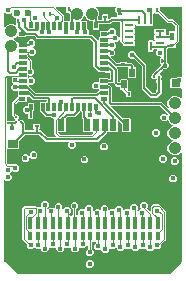
<source format=gbr>
G04 EAGLE Gerber RS-274X export*
G75*
%MOMM*%
%FSLAX34Y34*%
%LPD*%
%INBottom Copper*%
%IPPOS*%
%AMOC8*
5,1,8,0,0,1.08239X$1,22.5*%
G01*
%ADD10R,0.381000X0.762000*%
%ADD11R,0.381000X1.016000*%
%ADD12R,0.500000X1.000000*%
%ADD13R,1.050000X1.200000*%
%ADD14R,0.900000X0.700000*%
%ADD15R,0.550000X0.300000*%
%ADD16R,0.650000X0.300000*%
%ADD17R,0.300000X0.550000*%
%ADD18R,0.300000X0.650000*%
%ADD19R,4.500000X4.500000*%
%ADD20R,0.250000X0.350000*%
%ADD21R,0.350000X0.250000*%
%ADD22C,0.250000*%
%ADD23C,1.050000*%
%ADD24C,0.600000*%
%ADD25R,0.762000X0.685800*%
%ADD26R,0.280000X0.430000*%
%ADD27R,0.500000X0.700000*%
%ADD28R,0.800000X0.250000*%
%ADD29R,0.250000X0.800000*%
%ADD30R,0.430000X0.280000*%
%ADD31C,0.450000*%
%ADD32C,0.101600*%
%ADD33C,0.152400*%
%ADD34C,0.150000*%
%ADD35C,0.100000*%
%ADD36C,0.200000*%

G36*
X154446Y5264D02*
X154446Y5264D01*
X154454Y5263D01*
X154544Y5284D01*
X154635Y5302D01*
X154641Y5307D01*
X154649Y5309D01*
X154797Y5411D01*
X164589Y15203D01*
X164593Y15209D01*
X164599Y15214D01*
X164648Y15293D01*
X164700Y15370D01*
X164701Y15378D01*
X164705Y15384D01*
X164737Y15562D01*
X164737Y107823D01*
X164737Y107825D01*
X164737Y107828D01*
X164717Y107923D01*
X164698Y108019D01*
X164696Y108021D01*
X164696Y108024D01*
X164640Y108105D01*
X164585Y108185D01*
X164583Y108187D01*
X164581Y108189D01*
X164498Y108242D01*
X164417Y108294D01*
X164414Y108295D01*
X164412Y108296D01*
X164316Y108313D01*
X164220Y108330D01*
X164217Y108329D01*
X164215Y108330D01*
X164120Y108308D01*
X164024Y108286D01*
X164022Y108285D01*
X164019Y108284D01*
X163871Y108181D01*
X162541Y106851D01*
X162112Y106673D01*
X160887Y106166D01*
X160243Y105899D01*
X157757Y105899D01*
X155459Y106851D01*
X153701Y108609D01*
X152749Y110907D01*
X152749Y113393D01*
X153701Y115691D01*
X155459Y117449D01*
X156865Y118031D01*
X156867Y118033D01*
X156870Y118033D01*
X156950Y118088D01*
X157031Y118143D01*
X157033Y118145D01*
X157035Y118147D01*
X157088Y118229D01*
X157141Y118311D01*
X157142Y118313D01*
X157143Y118315D01*
X157160Y118411D01*
X157178Y118508D01*
X157177Y118510D01*
X157178Y118513D01*
X157156Y118609D01*
X157135Y118704D01*
X157134Y118706D01*
X157133Y118708D01*
X157076Y118789D01*
X157020Y118868D01*
X157018Y118869D01*
X157017Y118871D01*
X156865Y118969D01*
X155459Y119551D01*
X153701Y121309D01*
X152749Y123607D01*
X152749Y126093D01*
X153701Y128391D01*
X155459Y130149D01*
X156531Y130593D01*
X156865Y130731D01*
X156867Y130733D01*
X156870Y130733D01*
X156950Y130789D01*
X157031Y130843D01*
X157033Y130845D01*
X157035Y130847D01*
X157088Y130929D01*
X157141Y131011D01*
X157142Y131013D01*
X157143Y131015D01*
X157160Y131112D01*
X157178Y131208D01*
X157177Y131210D01*
X157178Y131213D01*
X157156Y131309D01*
X157135Y131404D01*
X157134Y131406D01*
X157133Y131408D01*
X157076Y131488D01*
X157020Y131568D01*
X157018Y131569D01*
X157017Y131571D01*
X156865Y131669D01*
X155459Y132251D01*
X153701Y134009D01*
X153085Y135496D01*
X153083Y135499D01*
X153082Y135503D01*
X153027Y135583D01*
X152973Y135662D01*
X152970Y135665D01*
X152968Y135668D01*
X152886Y135720D01*
X152806Y135772D01*
X152802Y135773D01*
X152799Y135775D01*
X152704Y135791D01*
X152609Y135809D01*
X152605Y135808D01*
X152601Y135809D01*
X152507Y135787D01*
X152413Y135766D01*
X152410Y135764D01*
X152406Y135763D01*
X152258Y135661D01*
X151346Y134749D01*
X148654Y134749D01*
X146749Y136654D01*
X146749Y139346D01*
X148654Y141251D01*
X151346Y141251D01*
X152521Y140076D01*
X152525Y140074D01*
X152527Y140070D01*
X152608Y140019D01*
X152688Y139965D01*
X152692Y139964D01*
X152696Y139962D01*
X152791Y139945D01*
X152885Y139927D01*
X152889Y139928D01*
X152893Y139927D01*
X152987Y139949D01*
X153081Y139969D01*
X153085Y139971D01*
X153088Y139972D01*
X153167Y140028D01*
X153246Y140083D01*
X153248Y140087D01*
X153251Y140089D01*
X153349Y140241D01*
X153356Y140258D01*
X153357Y140265D01*
X153361Y140270D01*
X153377Y140363D01*
X153395Y140455D01*
X153393Y140461D01*
X153394Y140468D01*
X153373Y140559D01*
X153354Y140651D01*
X153350Y140657D01*
X153349Y140663D01*
X153246Y140811D01*
X146456Y147601D01*
X146450Y147605D01*
X146445Y147611D01*
X146367Y147660D01*
X146289Y147712D01*
X146282Y147713D01*
X146275Y147717D01*
X146098Y147749D01*
X105805Y147749D01*
X105802Y147749D01*
X105800Y147749D01*
X105705Y147729D01*
X105608Y147710D01*
X105606Y147708D01*
X105604Y147708D01*
X105523Y147652D01*
X105442Y147597D01*
X105441Y147595D01*
X105439Y147593D01*
X105386Y147510D01*
X105333Y147429D01*
X105333Y147426D01*
X105331Y147424D01*
X105315Y147328D01*
X105298Y147232D01*
X105298Y147229D01*
X105298Y147227D01*
X105320Y147133D01*
X105341Y147036D01*
X105343Y147034D01*
X105343Y147031D01*
X105446Y146883D01*
X114680Y137649D01*
X114687Y137645D01*
X114691Y137639D01*
X114770Y137590D01*
X114847Y137538D01*
X114855Y137537D01*
X114862Y137533D01*
X115039Y137501D01*
X120915Y137501D01*
X121501Y136915D01*
X121501Y126085D01*
X120915Y125499D01*
X115085Y125499D01*
X114499Y126085D01*
X114499Y131961D01*
X114498Y131969D01*
X114499Y131977D01*
X114478Y132066D01*
X114460Y132158D01*
X114455Y132164D01*
X114453Y132172D01*
X114351Y132320D01*
X111367Y135304D01*
X111364Y135305D01*
X111363Y135308D01*
X111282Y135360D01*
X111200Y135415D01*
X111197Y135415D01*
X111195Y135417D01*
X111099Y135434D01*
X111003Y135452D01*
X111000Y135452D01*
X110998Y135452D01*
X110901Y135431D01*
X110807Y135411D01*
X110805Y135409D01*
X110802Y135409D01*
X110722Y135352D01*
X110642Y135297D01*
X110641Y135294D01*
X110639Y135293D01*
X110587Y135210D01*
X110535Y135127D01*
X110534Y135125D01*
X110533Y135123D01*
X110501Y134945D01*
X110501Y126085D01*
X109915Y125499D01*
X104085Y125499D01*
X103609Y125976D01*
X103604Y125979D01*
X103601Y125983D01*
X103521Y126034D01*
X103442Y126087D01*
X103437Y126088D01*
X103432Y126091D01*
X103338Y126107D01*
X103245Y126125D01*
X103240Y126124D01*
X103235Y126124D01*
X103142Y126103D01*
X103049Y126083D01*
X103045Y126080D01*
X103039Y126079D01*
X102891Y125976D01*
X102415Y125499D01*
X102008Y125499D01*
X102003Y125498D01*
X101998Y125499D01*
X101905Y125478D01*
X101811Y125460D01*
X101807Y125457D01*
X101802Y125456D01*
X101724Y125400D01*
X101646Y125347D01*
X101643Y125343D01*
X101639Y125340D01*
X101588Y125258D01*
X101536Y125179D01*
X101536Y125174D01*
X101533Y125169D01*
X101501Y124992D01*
X101501Y124671D01*
X94329Y117499D01*
X75323Y117499D01*
X75320Y117499D01*
X75317Y117499D01*
X75222Y117479D01*
X75126Y117460D01*
X75124Y117458D01*
X75121Y117458D01*
X75042Y117402D01*
X74960Y117347D01*
X74959Y117345D01*
X74957Y117343D01*
X74904Y117260D01*
X74851Y117179D01*
X74851Y117176D01*
X74849Y117174D01*
X74833Y117078D01*
X74815Y116982D01*
X74816Y116979D01*
X74816Y116977D01*
X74837Y116884D01*
X74859Y116786D01*
X74861Y116784D01*
X74861Y116781D01*
X74964Y116633D01*
X75251Y116347D01*
X75251Y113654D01*
X73346Y111749D01*
X70654Y111749D01*
X68749Y113654D01*
X68749Y116347D01*
X69036Y116633D01*
X69038Y116636D01*
X69040Y116637D01*
X69092Y116718D01*
X69147Y116800D01*
X69148Y116803D01*
X69149Y116805D01*
X69166Y116901D01*
X69185Y116997D01*
X69184Y117000D01*
X69185Y117002D01*
X69163Y117099D01*
X69143Y117193D01*
X69142Y117195D01*
X69141Y117198D01*
X69084Y117278D01*
X69029Y117358D01*
X69027Y117359D01*
X69025Y117361D01*
X68942Y117413D01*
X68860Y117465D01*
X68857Y117466D01*
X68855Y117467D01*
X68677Y117499D01*
X49671Y117499D01*
X44070Y123101D01*
X44063Y123105D01*
X44059Y123111D01*
X43980Y123160D01*
X43903Y123212D01*
X43895Y123213D01*
X43888Y123217D01*
X43711Y123249D01*
X32768Y123249D01*
X32763Y123248D01*
X32758Y123249D01*
X32665Y123228D01*
X32572Y123210D01*
X32568Y123207D01*
X32562Y123206D01*
X32485Y123150D01*
X32406Y123097D01*
X32403Y123093D01*
X32399Y123090D01*
X32366Y123037D01*
X27649Y118320D01*
X27645Y118313D01*
X27639Y118309D01*
X27590Y118230D01*
X27538Y118153D01*
X27537Y118145D01*
X27533Y118138D01*
X27501Y117961D01*
X27501Y111585D01*
X26915Y110999D01*
X17270Y110999D01*
X17265Y110998D01*
X17260Y110999D01*
X17167Y110978D01*
X17073Y110960D01*
X17069Y110957D01*
X17064Y110956D01*
X16986Y110900D01*
X16908Y110847D01*
X16905Y110843D01*
X16901Y110840D01*
X16850Y110758D01*
X16798Y110679D01*
X16798Y110674D01*
X16795Y110669D01*
X16763Y110492D01*
X16763Y99948D01*
X16764Y99941D01*
X16763Y99933D01*
X16784Y99843D01*
X16802Y99752D01*
X16807Y99745D01*
X16809Y99738D01*
X16911Y99590D01*
X17602Y98899D01*
X17608Y98895D01*
X17613Y98889D01*
X17692Y98840D01*
X17769Y98788D01*
X17776Y98787D01*
X17783Y98783D01*
X17960Y98751D01*
X22175Y98751D01*
X22526Y98399D01*
X22533Y98395D01*
X22537Y98389D01*
X22616Y98340D01*
X22693Y98288D01*
X22701Y98287D01*
X22708Y98283D01*
X22885Y98251D01*
X25346Y98251D01*
X27251Y96346D01*
X27251Y93654D01*
X25346Y91749D01*
X22653Y91749D01*
X22109Y92294D01*
X22104Y92297D01*
X22101Y92301D01*
X22021Y92352D01*
X21942Y92405D01*
X21937Y92406D01*
X21932Y92409D01*
X21839Y92425D01*
X21745Y92443D01*
X21740Y92442D01*
X21735Y92442D01*
X21642Y92421D01*
X21549Y92401D01*
X21544Y92398D01*
X21539Y92397D01*
X21391Y92294D01*
X19804Y90707D01*
X19801Y90703D01*
X19797Y90700D01*
X19745Y90619D01*
X19693Y90540D01*
X19692Y90535D01*
X19689Y90530D01*
X19674Y90437D01*
X19656Y90343D01*
X19657Y90338D01*
X19656Y90333D01*
X19678Y90240D01*
X19697Y90147D01*
X19700Y90143D01*
X19701Y90138D01*
X19804Y89990D01*
X20947Y88846D01*
X20947Y86154D01*
X19043Y84249D01*
X16350Y84249D01*
X15629Y84971D01*
X15626Y84972D01*
X15625Y84974D01*
X15545Y85026D01*
X15462Y85082D01*
X15459Y85082D01*
X15457Y85084D01*
X15361Y85101D01*
X15265Y85119D01*
X15262Y85119D01*
X15260Y85119D01*
X15163Y85098D01*
X15069Y85078D01*
X15067Y85076D01*
X15064Y85076D01*
X14984Y85019D01*
X14904Y84963D01*
X14903Y84961D01*
X14901Y84960D01*
X14849Y84877D01*
X14797Y84794D01*
X14796Y84792D01*
X14795Y84789D01*
X14763Y84612D01*
X14763Y15693D01*
X14767Y15670D01*
X14765Y15648D01*
X14787Y15573D01*
X14802Y15496D01*
X14815Y15477D01*
X14822Y15456D01*
X14884Y15376D01*
X14915Y15331D01*
X14925Y15324D01*
X14933Y15314D01*
X26096Y5391D01*
X26177Y5344D01*
X26256Y5295D01*
X26264Y5293D01*
X26270Y5290D01*
X26317Y5284D01*
X26433Y5263D01*
X154438Y5263D01*
X154446Y5264D01*
G37*
%LPC*%
G36*
X85654Y20749D02*
X85654Y20749D01*
X83749Y22654D01*
X83749Y25346D01*
X85351Y26948D01*
X85355Y26954D01*
X85361Y26959D01*
X85410Y27038D01*
X85462Y27115D01*
X85463Y27123D01*
X85467Y27129D01*
X85499Y27307D01*
X85499Y32342D01*
X85498Y32347D01*
X85499Y32352D01*
X85478Y32445D01*
X85460Y32539D01*
X85457Y32543D01*
X85456Y32548D01*
X85400Y32626D01*
X85347Y32704D01*
X85343Y32707D01*
X85340Y32711D01*
X85258Y32762D01*
X85179Y32814D01*
X85174Y32814D01*
X85169Y32817D01*
X84992Y32849D01*
X84948Y32849D01*
X84947Y32849D01*
X84945Y32851D01*
X84849Y32868D01*
X84753Y32887D01*
X84750Y32886D01*
X84748Y32887D01*
X84652Y32865D01*
X84557Y32845D01*
X84555Y32844D01*
X84552Y32843D01*
X84473Y32787D01*
X84392Y32731D01*
X84391Y32729D01*
X84389Y32727D01*
X84337Y32644D01*
X84285Y32562D01*
X84284Y32559D01*
X84283Y32557D01*
X84251Y32379D01*
X84251Y29654D01*
X82346Y27749D01*
X79654Y27749D01*
X78617Y28786D01*
X78614Y28788D01*
X78613Y28790D01*
X78533Y28842D01*
X78450Y28897D01*
X78447Y28898D01*
X78445Y28899D01*
X78349Y28916D01*
X78253Y28935D01*
X78250Y28934D01*
X78248Y28935D01*
X78151Y28913D01*
X78057Y28893D01*
X78055Y28892D01*
X78052Y28891D01*
X77972Y28834D01*
X77892Y28779D01*
X77891Y28777D01*
X77889Y28775D01*
X77836Y28691D01*
X77785Y28610D01*
X77784Y28607D01*
X77783Y28605D01*
X77751Y28427D01*
X77751Y25654D01*
X75846Y23749D01*
X73154Y23749D01*
X71249Y25654D01*
X71249Y28427D01*
X71249Y28430D01*
X71249Y28433D01*
X71229Y28528D01*
X71210Y28624D01*
X71208Y28626D01*
X71208Y28629D01*
X71152Y28709D01*
X71097Y28790D01*
X71095Y28791D01*
X71093Y28793D01*
X71010Y28847D01*
X70929Y28899D01*
X70926Y28899D01*
X70924Y28901D01*
X70828Y28917D01*
X70732Y28935D01*
X70729Y28934D01*
X70727Y28934D01*
X70632Y28912D01*
X70536Y28891D01*
X70534Y28889D01*
X70531Y28889D01*
X70383Y28786D01*
X69346Y27749D01*
X66653Y27749D01*
X66117Y28286D01*
X66114Y28288D01*
X66113Y28290D01*
X66032Y28342D01*
X65950Y28397D01*
X65947Y28398D01*
X65945Y28399D01*
X65849Y28416D01*
X65753Y28435D01*
X65750Y28434D01*
X65748Y28435D01*
X65651Y28413D01*
X65557Y28393D01*
X65555Y28392D01*
X65552Y28391D01*
X65472Y28334D01*
X65392Y28279D01*
X65391Y28277D01*
X65389Y28275D01*
X65337Y28192D01*
X65285Y28110D01*
X65284Y28107D01*
X65283Y28105D01*
X65251Y27927D01*
X65251Y25654D01*
X63346Y23749D01*
X60654Y23749D01*
X58749Y25654D01*
X58749Y27927D01*
X58749Y27930D01*
X58749Y27933D01*
X58729Y28028D01*
X58710Y28124D01*
X58708Y28126D01*
X58708Y28129D01*
X58652Y28209D01*
X58597Y28290D01*
X58595Y28291D01*
X58593Y28293D01*
X58510Y28347D01*
X58429Y28399D01*
X58426Y28399D01*
X58424Y28401D01*
X58328Y28417D01*
X58232Y28435D01*
X58229Y28434D01*
X58227Y28434D01*
X58132Y28412D01*
X58036Y28391D01*
X58034Y28389D01*
X58031Y28389D01*
X57883Y28286D01*
X56846Y27249D01*
X54154Y27249D01*
X53117Y28286D01*
X53114Y28288D01*
X53113Y28290D01*
X53033Y28342D01*
X52950Y28397D01*
X52947Y28398D01*
X52945Y28399D01*
X52849Y28416D01*
X52753Y28435D01*
X52750Y28434D01*
X52748Y28435D01*
X52651Y28413D01*
X52557Y28393D01*
X52555Y28392D01*
X52552Y28391D01*
X52472Y28334D01*
X52392Y28279D01*
X52391Y28277D01*
X52389Y28275D01*
X52336Y28191D01*
X52285Y28110D01*
X52284Y28107D01*
X52283Y28105D01*
X52251Y27927D01*
X52251Y25654D01*
X50346Y23749D01*
X47654Y23749D01*
X45749Y25654D01*
X45749Y26927D01*
X45749Y26930D01*
X45749Y26933D01*
X45729Y27028D01*
X45710Y27124D01*
X45708Y27126D01*
X45708Y27129D01*
X45652Y27209D01*
X45597Y27290D01*
X45595Y27291D01*
X45593Y27293D01*
X45510Y27347D01*
X45429Y27399D01*
X45426Y27399D01*
X45424Y27401D01*
X45328Y27417D01*
X45232Y27435D01*
X45229Y27434D01*
X45227Y27434D01*
X45132Y27412D01*
X45036Y27391D01*
X45034Y27389D01*
X45031Y27389D01*
X44883Y27286D01*
X44347Y26749D01*
X41654Y26749D01*
X40359Y28044D01*
X40354Y28047D01*
X40351Y28051D01*
X40271Y28102D01*
X40192Y28155D01*
X40187Y28156D01*
X40182Y28159D01*
X40088Y28175D01*
X39995Y28193D01*
X39990Y28192D01*
X39984Y28192D01*
X39892Y28171D01*
X39799Y28151D01*
X39794Y28148D01*
X39789Y28147D01*
X39641Y28044D01*
X38346Y26749D01*
X35654Y26749D01*
X33749Y28654D01*
X33749Y30244D01*
X33748Y30252D01*
X33749Y30260D01*
X33728Y30350D01*
X33710Y30441D01*
X33705Y30447D01*
X33703Y30455D01*
X33601Y30603D01*
X29587Y34616D01*
X29587Y61036D01*
X30786Y62234D01*
X31818Y63267D01*
X41182Y63267D01*
X42575Y61873D01*
X42579Y61870D01*
X42582Y61866D01*
X42662Y61815D01*
X42742Y61762D01*
X42747Y61762D01*
X42751Y61759D01*
X42845Y61743D01*
X42939Y61725D01*
X42944Y61726D01*
X42949Y61725D01*
X43042Y61747D01*
X43135Y61766D01*
X43139Y61769D01*
X43144Y61771D01*
X43292Y61873D01*
X43669Y62251D01*
X45575Y62251D01*
X45578Y62251D01*
X45581Y62251D01*
X45676Y62271D01*
X45772Y62290D01*
X45774Y62292D01*
X45777Y62293D01*
X45857Y62348D01*
X45938Y62403D01*
X45939Y62406D01*
X45942Y62407D01*
X45994Y62490D01*
X46047Y62571D01*
X46047Y62574D01*
X46049Y62577D01*
X46065Y62673D01*
X46082Y62768D01*
X46082Y62771D01*
X46082Y62774D01*
X46073Y62813D01*
X46073Y65670D01*
X47977Y67575D01*
X50670Y67575D01*
X52575Y65670D01*
X52575Y62977D01*
X50874Y61277D01*
X50870Y61271D01*
X50864Y61266D01*
X50815Y61187D01*
X50763Y61110D01*
X50762Y61102D01*
X50758Y61096D01*
X50726Y60918D01*
X50726Y60548D01*
X50726Y60545D01*
X50726Y60543D01*
X50726Y60542D01*
X50746Y60445D01*
X50765Y60351D01*
X50767Y60349D01*
X50767Y60346D01*
X50824Y60264D01*
X50878Y60185D01*
X50880Y60184D01*
X50882Y60182D01*
X50965Y60128D01*
X51046Y60076D01*
X51049Y60076D01*
X51051Y60074D01*
X51147Y60058D01*
X51243Y60040D01*
X51246Y60041D01*
X51248Y60041D01*
X51343Y60063D01*
X51439Y60084D01*
X51441Y60086D01*
X51444Y60086D01*
X51592Y60189D01*
X53154Y61751D01*
X55847Y61751D01*
X56383Y61214D01*
X56386Y61212D01*
X56387Y61210D01*
X56468Y61158D01*
X56550Y61103D01*
X56553Y61102D01*
X56555Y61101D01*
X56651Y61084D01*
X56747Y61065D01*
X56750Y61066D01*
X56752Y61065D01*
X56849Y61087D01*
X56943Y61107D01*
X56945Y61108D01*
X56948Y61109D01*
X57028Y61166D01*
X57108Y61221D01*
X57109Y61223D01*
X57111Y61225D01*
X57163Y61308D01*
X57215Y61390D01*
X57216Y61393D01*
X57217Y61395D01*
X57249Y61573D01*
X57249Y63346D01*
X59154Y65251D01*
X61846Y65251D01*
X63751Y63346D01*
X63751Y61073D01*
X63751Y61070D01*
X63751Y61067D01*
X63771Y60972D01*
X63790Y60876D01*
X63792Y60874D01*
X63792Y60871D01*
X63849Y60790D01*
X63903Y60710D01*
X63905Y60709D01*
X63907Y60707D01*
X63990Y60653D01*
X64071Y60601D01*
X64074Y60601D01*
X64076Y60599D01*
X64172Y60583D01*
X64268Y60565D01*
X64271Y60566D01*
X64273Y60566D01*
X64368Y60588D01*
X64464Y60609D01*
X64466Y60611D01*
X64469Y60611D01*
X64617Y60714D01*
X66154Y62251D01*
X68846Y62251D01*
X70751Y60346D01*
X70751Y57654D01*
X69924Y56827D01*
X69920Y56821D01*
X69914Y56816D01*
X69865Y56737D01*
X69813Y56660D01*
X69812Y56652D01*
X69808Y56646D01*
X69776Y56468D01*
X69776Y55678D01*
X69777Y55673D01*
X69776Y55668D01*
X69797Y55575D01*
X69815Y55481D01*
X69818Y55477D01*
X69819Y55472D01*
X69875Y55394D01*
X69928Y55316D01*
X69932Y55313D01*
X69935Y55309D01*
X70017Y55258D01*
X70096Y55206D01*
X70101Y55206D01*
X70106Y55203D01*
X70283Y55171D01*
X70595Y55171D01*
X71091Y54674D01*
X71096Y54671D01*
X71099Y54667D01*
X71179Y54616D01*
X71258Y54563D01*
X71263Y54562D01*
X71268Y54559D01*
X71362Y54543D01*
X71455Y54525D01*
X71460Y54526D01*
X71465Y54526D01*
X71558Y54547D01*
X71651Y54567D01*
X71656Y54570D01*
X71661Y54571D01*
X71809Y54674D01*
X72351Y55216D01*
X72355Y55223D01*
X72361Y55227D01*
X72410Y55306D01*
X72462Y55383D01*
X72463Y55391D01*
X72467Y55397D01*
X72499Y55575D01*
X72499Y60193D01*
X72498Y60201D01*
X72499Y60209D01*
X72478Y60299D01*
X72460Y60390D01*
X72455Y60396D01*
X72453Y60404D01*
X72351Y60552D01*
X70749Y62154D01*
X70749Y64846D01*
X72654Y66751D01*
X75346Y66751D01*
X77251Y64846D01*
X77251Y62154D01*
X75649Y60552D01*
X75645Y60546D01*
X75639Y60541D01*
X75590Y60462D01*
X75538Y60385D01*
X75537Y60377D01*
X75533Y60371D01*
X75501Y60193D01*
X75501Y55678D01*
X75502Y55673D01*
X75501Y55668D01*
X75522Y55575D01*
X75540Y55481D01*
X75543Y55477D01*
X75544Y55472D01*
X75600Y55394D01*
X75653Y55316D01*
X75657Y55313D01*
X75660Y55309D01*
X75742Y55258D01*
X75821Y55206D01*
X75826Y55206D01*
X75831Y55203D01*
X76008Y55171D01*
X77007Y55171D01*
X77010Y55171D01*
X77013Y55171D01*
X77107Y55191D01*
X77204Y55210D01*
X77206Y55212D01*
X77209Y55212D01*
X77289Y55268D01*
X77370Y55323D01*
X77371Y55325D01*
X77373Y55327D01*
X77426Y55410D01*
X77479Y55491D01*
X77479Y55494D01*
X77481Y55496D01*
X77497Y55592D01*
X77515Y55688D01*
X77514Y55691D01*
X77514Y55693D01*
X77493Y55787D01*
X77471Y55884D01*
X77469Y55886D01*
X77469Y55889D01*
X77366Y56037D01*
X77249Y56154D01*
X77249Y58846D01*
X79154Y60751D01*
X81847Y60751D01*
X82383Y60214D01*
X82386Y60212D01*
X82387Y60210D01*
X82468Y60158D01*
X82550Y60103D01*
X82553Y60102D01*
X82555Y60101D01*
X82651Y60084D01*
X82747Y60065D01*
X82750Y60066D01*
X82752Y60065D01*
X82849Y60087D01*
X82943Y60107D01*
X82945Y60108D01*
X82948Y60109D01*
X83028Y60166D01*
X83108Y60221D01*
X83109Y60223D01*
X83111Y60225D01*
X83163Y60308D01*
X83215Y60390D01*
X83216Y60393D01*
X83217Y60395D01*
X83249Y60573D01*
X83249Y61846D01*
X85154Y63751D01*
X87846Y63751D01*
X89751Y61846D01*
X89751Y59073D01*
X89751Y59070D01*
X89751Y59067D01*
X89771Y58972D01*
X89790Y58876D01*
X89792Y58874D01*
X89792Y58871D01*
X89848Y58791D01*
X89903Y58710D01*
X89905Y58709D01*
X89907Y58707D01*
X89990Y58653D01*
X90071Y58601D01*
X90074Y58601D01*
X90076Y58599D01*
X90172Y58583D01*
X90268Y58565D01*
X90271Y58566D01*
X90273Y58566D01*
X90368Y58588D01*
X90464Y58609D01*
X90466Y58611D01*
X90469Y58611D01*
X90617Y58714D01*
X92154Y60251D01*
X94847Y60251D01*
X95383Y59714D01*
X95386Y59712D01*
X95387Y59710D01*
X95468Y59658D01*
X95550Y59603D01*
X95553Y59602D01*
X95555Y59601D01*
X95651Y59584D01*
X95747Y59565D01*
X95750Y59566D01*
X95752Y59565D01*
X95849Y59587D01*
X95943Y59607D01*
X95945Y59608D01*
X95948Y59609D01*
X96028Y59666D01*
X96108Y59721D01*
X96109Y59723D01*
X96111Y59725D01*
X96163Y59808D01*
X96215Y59890D01*
X96216Y59893D01*
X96217Y59895D01*
X96249Y60073D01*
X96249Y61846D01*
X98154Y63751D01*
X100846Y63751D01*
X102751Y61846D01*
X102751Y60073D01*
X102751Y60070D01*
X102751Y60067D01*
X102771Y59972D01*
X102790Y59876D01*
X102792Y59874D01*
X102792Y59871D01*
X102848Y59791D01*
X102903Y59710D01*
X102905Y59709D01*
X102907Y59707D01*
X102990Y59653D01*
X103071Y59601D01*
X103074Y59601D01*
X103076Y59599D01*
X103172Y59583D01*
X103268Y59565D01*
X103271Y59566D01*
X103273Y59566D01*
X103368Y59588D01*
X103464Y59609D01*
X103466Y59611D01*
X103469Y59611D01*
X103617Y59714D01*
X104654Y60751D01*
X107347Y60751D01*
X107883Y60214D01*
X107886Y60212D01*
X107887Y60210D01*
X107968Y60158D01*
X108050Y60103D01*
X108053Y60102D01*
X108055Y60101D01*
X108151Y60084D01*
X108247Y60065D01*
X108250Y60066D01*
X108252Y60065D01*
X108349Y60087D01*
X108443Y60107D01*
X108445Y60108D01*
X108448Y60109D01*
X108528Y60166D01*
X108608Y60221D01*
X108609Y60223D01*
X108611Y60225D01*
X108663Y60308D01*
X108715Y60390D01*
X108716Y60393D01*
X108717Y60395D01*
X108749Y60573D01*
X108749Y61346D01*
X110654Y63251D01*
X113346Y63251D01*
X115251Y61346D01*
X115251Y59573D01*
X115251Y59570D01*
X115251Y59567D01*
X115271Y59472D01*
X115290Y59376D01*
X115292Y59374D01*
X115292Y59371D01*
X115348Y59291D01*
X115403Y59210D01*
X115405Y59209D01*
X115407Y59207D01*
X115490Y59153D01*
X115571Y59101D01*
X115574Y59101D01*
X115576Y59099D01*
X115672Y59083D01*
X115768Y59065D01*
X115771Y59066D01*
X115773Y59066D01*
X115868Y59088D01*
X115964Y59109D01*
X115966Y59111D01*
X115969Y59111D01*
X116117Y59214D01*
X117154Y60251D01*
X119847Y60251D01*
X120383Y59714D01*
X120386Y59712D01*
X120387Y59710D01*
X120468Y59658D01*
X120550Y59603D01*
X120553Y59602D01*
X120555Y59601D01*
X120651Y59584D01*
X120747Y59565D01*
X120750Y59566D01*
X120752Y59565D01*
X120849Y59587D01*
X120943Y59607D01*
X120945Y59608D01*
X120948Y59609D01*
X121028Y59666D01*
X121108Y59721D01*
X121109Y59723D01*
X121111Y59725D01*
X121163Y59808D01*
X121215Y59890D01*
X121216Y59893D01*
X121217Y59895D01*
X121249Y60073D01*
X121249Y62846D01*
X123154Y64751D01*
X125846Y64751D01*
X127751Y62846D01*
X127751Y60154D01*
X127074Y59477D01*
X127070Y59471D01*
X127064Y59466D01*
X127015Y59387D01*
X126963Y59310D01*
X126962Y59302D01*
X126958Y59296D01*
X126926Y59118D01*
X126926Y58748D01*
X126926Y58745D01*
X126926Y58742D01*
X126946Y58645D01*
X126965Y58551D01*
X126967Y58549D01*
X126967Y58546D01*
X127023Y58466D01*
X127078Y58385D01*
X127080Y58384D01*
X127082Y58382D01*
X127165Y58328D01*
X127246Y58276D01*
X127249Y58276D01*
X127251Y58274D01*
X127347Y58258D01*
X127443Y58240D01*
X127446Y58241D01*
X127448Y58241D01*
X127543Y58263D01*
X127639Y58284D01*
X127641Y58286D01*
X127644Y58286D01*
X127792Y58389D01*
X129654Y60251D01*
X129927Y60251D01*
X129930Y60251D01*
X129933Y60251D01*
X130028Y60271D01*
X130124Y60290D01*
X130126Y60292D01*
X130129Y60292D01*
X130209Y60348D01*
X130290Y60403D01*
X130291Y60405D01*
X130293Y60407D01*
X130347Y60490D01*
X130399Y60571D01*
X130399Y60574D01*
X130401Y60576D01*
X130417Y60672D01*
X130435Y60768D01*
X130434Y60771D01*
X130434Y60773D01*
X130412Y60868D01*
X130391Y60964D01*
X130389Y60966D01*
X130389Y60969D01*
X130286Y61117D01*
X129749Y61653D01*
X129749Y64346D01*
X131654Y66251D01*
X134346Y66251D01*
X136251Y64346D01*
X136251Y61653D01*
X135968Y61371D01*
X135966Y61367D01*
X135961Y61364D01*
X135910Y61284D01*
X135858Y61204D01*
X135857Y61199D01*
X135854Y61195D01*
X135838Y61101D01*
X135820Y61007D01*
X135821Y61002D01*
X135820Y60997D01*
X135842Y60904D01*
X135862Y60811D01*
X135864Y60807D01*
X135866Y60802D01*
X135968Y60654D01*
X137625Y58997D01*
X137628Y58996D01*
X137629Y58993D01*
X137710Y58941D01*
X137792Y58886D01*
X137795Y58886D01*
X137797Y58884D01*
X137893Y58867D01*
X137989Y58848D01*
X137992Y58849D01*
X137994Y58849D01*
X138091Y58870D01*
X138185Y58890D01*
X138187Y58892D01*
X138190Y58892D01*
X138270Y58949D01*
X138350Y59004D01*
X138351Y59007D01*
X138353Y59008D01*
X138406Y59092D01*
X138457Y59174D01*
X138458Y59176D01*
X138459Y59178D01*
X138491Y59356D01*
X138491Y62625D01*
X140375Y64509D01*
X145940Y64509D01*
X151413Y59036D01*
X151413Y34616D01*
X150380Y33584D01*
X147399Y30603D01*
X147395Y30596D01*
X147389Y30592D01*
X147340Y30513D01*
X147288Y30436D01*
X147287Y30428D01*
X147283Y30422D01*
X147251Y30244D01*
X147251Y28654D01*
X145346Y26749D01*
X142653Y26749D01*
X142117Y27286D01*
X142114Y27288D01*
X142113Y27290D01*
X142032Y27342D01*
X141950Y27397D01*
X141947Y27398D01*
X141945Y27399D01*
X141849Y27416D01*
X141753Y27435D01*
X141750Y27434D01*
X141748Y27435D01*
X141651Y27413D01*
X141557Y27393D01*
X141555Y27392D01*
X141552Y27391D01*
X141472Y27334D01*
X141392Y27279D01*
X141391Y27277D01*
X141389Y27275D01*
X141337Y27192D01*
X141285Y27110D01*
X141284Y27107D01*
X141283Y27105D01*
X141251Y26927D01*
X141251Y26654D01*
X139346Y24749D01*
X136654Y24749D01*
X134749Y26654D01*
X134749Y26927D01*
X134749Y26930D01*
X134749Y26933D01*
X134729Y27028D01*
X134710Y27124D01*
X134708Y27126D01*
X134708Y27129D01*
X134652Y27209D01*
X134597Y27290D01*
X134595Y27291D01*
X134593Y27293D01*
X134510Y27347D01*
X134429Y27399D01*
X134426Y27399D01*
X134424Y27401D01*
X134328Y27417D01*
X134232Y27435D01*
X134229Y27434D01*
X134227Y27434D01*
X134132Y27412D01*
X134036Y27391D01*
X134034Y27389D01*
X134031Y27389D01*
X133883Y27286D01*
X133347Y26749D01*
X130654Y26749D01*
X129617Y27786D01*
X129614Y27788D01*
X129613Y27790D01*
X129533Y27842D01*
X129450Y27897D01*
X129447Y27898D01*
X129445Y27899D01*
X129349Y27916D01*
X129253Y27935D01*
X129250Y27934D01*
X129248Y27935D01*
X129151Y27913D01*
X129057Y27893D01*
X129055Y27892D01*
X129052Y27891D01*
X128972Y27834D01*
X128892Y27779D01*
X128891Y27777D01*
X128889Y27775D01*
X128836Y27691D01*
X128785Y27610D01*
X128784Y27607D01*
X128783Y27605D01*
X128751Y27427D01*
X128751Y26654D01*
X126846Y24749D01*
X124154Y24749D01*
X122249Y26654D01*
X122249Y27427D01*
X122249Y27430D01*
X122249Y27433D01*
X122229Y27528D01*
X122210Y27624D01*
X122208Y27626D01*
X122208Y27629D01*
X122152Y27709D01*
X122097Y27790D01*
X122095Y27791D01*
X122093Y27793D01*
X122010Y27847D01*
X121929Y27899D01*
X121926Y27899D01*
X121924Y27901D01*
X121828Y27917D01*
X121732Y27935D01*
X121729Y27934D01*
X121727Y27934D01*
X121632Y27912D01*
X121536Y27891D01*
X121534Y27889D01*
X121531Y27889D01*
X121383Y27786D01*
X120346Y26749D01*
X117653Y26749D01*
X117117Y27286D01*
X117114Y27288D01*
X117113Y27290D01*
X117032Y27342D01*
X116950Y27397D01*
X116947Y27398D01*
X116945Y27399D01*
X116849Y27416D01*
X116753Y27435D01*
X116750Y27434D01*
X116748Y27435D01*
X116651Y27413D01*
X116557Y27393D01*
X116555Y27392D01*
X116552Y27391D01*
X116472Y27334D01*
X116392Y27279D01*
X116391Y27277D01*
X116389Y27275D01*
X116337Y27192D01*
X116285Y27110D01*
X116284Y27107D01*
X116283Y27105D01*
X116251Y26927D01*
X116251Y26654D01*
X114346Y24749D01*
X111654Y24749D01*
X109749Y26654D01*
X109749Y27427D01*
X109749Y27430D01*
X109749Y27433D01*
X109729Y27528D01*
X109710Y27624D01*
X109708Y27626D01*
X109708Y27629D01*
X109652Y27709D01*
X109597Y27790D01*
X109595Y27791D01*
X109593Y27793D01*
X109510Y27847D01*
X109429Y27899D01*
X109426Y27899D01*
X109424Y27901D01*
X109328Y27917D01*
X109232Y27935D01*
X109229Y27934D01*
X109227Y27934D01*
X109132Y27912D01*
X109036Y27891D01*
X109034Y27889D01*
X109031Y27889D01*
X108883Y27786D01*
X107846Y26749D01*
X105154Y26749D01*
X104117Y27786D01*
X104114Y27788D01*
X104113Y27790D01*
X104033Y27842D01*
X103950Y27897D01*
X103947Y27898D01*
X103945Y27899D01*
X103849Y27916D01*
X103753Y27935D01*
X103750Y27934D01*
X103748Y27935D01*
X103651Y27913D01*
X103557Y27893D01*
X103555Y27892D01*
X103552Y27891D01*
X103472Y27834D01*
X103392Y27779D01*
X103391Y27777D01*
X103389Y27775D01*
X103336Y27691D01*
X103285Y27610D01*
X103284Y27607D01*
X103283Y27605D01*
X103251Y27427D01*
X103251Y25154D01*
X101346Y23249D01*
X98654Y23249D01*
X96749Y25154D01*
X96749Y25927D01*
X96749Y25930D01*
X96749Y25933D01*
X96729Y26028D01*
X96710Y26124D01*
X96708Y26126D01*
X96708Y26129D01*
X96652Y26209D01*
X96597Y26290D01*
X96595Y26291D01*
X96593Y26293D01*
X96510Y26347D01*
X96429Y26399D01*
X96426Y26399D01*
X96424Y26401D01*
X96328Y26417D01*
X96232Y26435D01*
X96229Y26434D01*
X96227Y26434D01*
X96132Y26412D01*
X96036Y26391D01*
X96034Y26389D01*
X96031Y26389D01*
X95883Y26286D01*
X95347Y25749D01*
X92654Y25749D01*
X90749Y27654D01*
X90749Y30346D01*
X92351Y31948D01*
X92355Y31954D01*
X92361Y31959D01*
X92410Y32038D01*
X92462Y32115D01*
X92463Y32123D01*
X92467Y32129D01*
X92499Y32307D01*
X92499Y32342D01*
X92498Y32347D01*
X92499Y32352D01*
X92478Y32445D01*
X92460Y32539D01*
X92457Y32543D01*
X92456Y32548D01*
X92400Y32626D01*
X92347Y32704D01*
X92343Y32707D01*
X92340Y32711D01*
X92258Y32762D01*
X92179Y32814D01*
X92174Y32814D01*
X92169Y32817D01*
X91992Y32849D01*
X91355Y32849D01*
X90859Y33346D01*
X90854Y33349D01*
X90851Y33353D01*
X90771Y33404D01*
X90692Y33457D01*
X90687Y33458D01*
X90682Y33461D01*
X90588Y33477D01*
X90495Y33495D01*
X90490Y33494D01*
X90484Y33494D01*
X90392Y33473D01*
X90299Y33453D01*
X90294Y33450D01*
X90289Y33449D01*
X90141Y33346D01*
X89645Y32849D01*
X89008Y32849D01*
X89003Y32848D01*
X88998Y32849D01*
X88905Y32828D01*
X88811Y32810D01*
X88807Y32807D01*
X88802Y32806D01*
X88724Y32750D01*
X88646Y32697D01*
X88643Y32693D01*
X88639Y32690D01*
X88588Y32608D01*
X88536Y32529D01*
X88536Y32524D01*
X88533Y32519D01*
X88501Y32342D01*
X88501Y27307D01*
X88502Y27299D01*
X88501Y27291D01*
X88522Y27201D01*
X88540Y27110D01*
X88545Y27104D01*
X88547Y27096D01*
X88649Y26948D01*
X90251Y25346D01*
X90251Y22654D01*
X88346Y20749D01*
X85654Y20749D01*
G37*
%LPD*%
G36*
X153230Y146030D02*
X153230Y146030D01*
X153231Y146030D01*
X153328Y146051D01*
X153424Y146071D01*
X153426Y146072D01*
X153427Y146072D01*
X153507Y146129D01*
X153589Y146186D01*
X153590Y146187D01*
X153591Y146188D01*
X153641Y146268D01*
X153697Y146355D01*
X153697Y146356D01*
X153698Y146357D01*
X153714Y146456D01*
X153730Y146553D01*
X153730Y146554D01*
X153730Y146555D01*
X153692Y146731D01*
X152749Y149007D01*
X152749Y151493D01*
X153701Y153791D01*
X155459Y155549D01*
X156440Y155956D01*
X156441Y155956D01*
X157665Y156463D01*
X157757Y156501D01*
X160243Y156501D01*
X162541Y155549D01*
X163871Y154219D01*
X163874Y154217D01*
X163875Y154215D01*
X163955Y154163D01*
X164038Y154108D01*
X164041Y154107D01*
X164043Y154106D01*
X164139Y154088D01*
X164235Y154070D01*
X164238Y154071D01*
X164240Y154070D01*
X164337Y154092D01*
X164431Y154112D01*
X164433Y154113D01*
X164436Y154114D01*
X164516Y154170D01*
X164596Y154226D01*
X164597Y154228D01*
X164599Y154230D01*
X164652Y154314D01*
X164703Y154395D01*
X164704Y154398D01*
X164705Y154400D01*
X164737Y154577D01*
X164737Y162229D01*
X164736Y162234D01*
X164737Y162239D01*
X164716Y162332D01*
X164698Y162426D01*
X164695Y162430D01*
X164694Y162435D01*
X164638Y162513D01*
X164585Y162591D01*
X164581Y162594D01*
X164578Y162598D01*
X164496Y162649D01*
X164417Y162701D01*
X164412Y162701D01*
X164407Y162704D01*
X164230Y162736D01*
X155775Y162736D01*
X155189Y163322D01*
X155189Y171010D01*
X155775Y171596D01*
X159622Y171596D01*
X159630Y171597D01*
X159638Y171596D01*
X159728Y171617D01*
X159819Y171635D01*
X159825Y171640D01*
X159833Y171642D01*
X159981Y171744D01*
X160874Y172637D01*
X163567Y172637D01*
X163871Y172333D01*
X163874Y172331D01*
X163875Y172329D01*
X163956Y172276D01*
X164038Y172222D01*
X164041Y172221D01*
X164043Y172220D01*
X164139Y172202D01*
X164235Y172184D01*
X164238Y172184D01*
X164240Y172184D01*
X164337Y172206D01*
X164431Y172226D01*
X164433Y172227D01*
X164436Y172228D01*
X164516Y172285D01*
X164596Y172340D01*
X164597Y172342D01*
X164599Y172344D01*
X164651Y172427D01*
X164703Y172509D01*
X164704Y172512D01*
X164705Y172514D01*
X164737Y172691D01*
X164737Y231230D01*
X164736Y231235D01*
X164737Y231240D01*
X164716Y231333D01*
X164698Y231427D01*
X164695Y231431D01*
X164694Y231436D01*
X164638Y231514D01*
X164585Y231592D01*
X164581Y231595D01*
X164578Y231599D01*
X164496Y231650D01*
X164417Y231702D01*
X164412Y231702D01*
X164407Y231705D01*
X164230Y231737D01*
X146958Y231737D01*
X146953Y231736D01*
X146948Y231737D01*
X146855Y231716D01*
X146761Y231698D01*
X146757Y231695D01*
X146752Y231694D01*
X146674Y231638D01*
X146596Y231585D01*
X146593Y231581D01*
X146589Y231578D01*
X146538Y231496D01*
X146486Y231417D01*
X146486Y231412D01*
X146483Y231407D01*
X146451Y231230D01*
X146451Y228932D01*
X146452Y228924D01*
X146451Y228916D01*
X146472Y228826D01*
X146490Y228735D01*
X146495Y228729D01*
X146497Y228721D01*
X146599Y228573D01*
X153773Y221399D01*
X153780Y221395D01*
X153784Y221389D01*
X153863Y221340D01*
X153940Y221288D01*
X153948Y221287D01*
X153954Y221283D01*
X154132Y221251D01*
X157593Y221251D01*
X162251Y216593D01*
X162251Y202007D01*
X160299Y200056D01*
X160295Y200049D01*
X160289Y200045D01*
X160240Y199966D01*
X160188Y199889D01*
X160187Y199881D01*
X160183Y199874D01*
X160151Y199697D01*
X160151Y197635D01*
X159565Y197049D01*
X158589Y197049D01*
X158581Y197048D01*
X158573Y197049D01*
X158484Y197028D01*
X158392Y197010D01*
X158386Y197005D01*
X158378Y197003D01*
X158230Y196901D01*
X157829Y196499D01*
X153367Y196499D01*
X153360Y196498D01*
X153352Y196499D01*
X153262Y196478D01*
X153171Y196460D01*
X153164Y196455D01*
X153157Y196453D01*
X153009Y196351D01*
X152899Y196241D01*
X152895Y196235D01*
X152889Y196230D01*
X152840Y196152D01*
X152788Y196074D01*
X152787Y196067D01*
X152783Y196060D01*
X152751Y195883D01*
X152751Y190411D01*
X152649Y190309D01*
X152645Y190303D01*
X152639Y190298D01*
X152590Y190220D01*
X152538Y190142D01*
X152537Y190135D01*
X152533Y190128D01*
X152501Y189951D01*
X152501Y184807D01*
X152502Y184799D01*
X152501Y184791D01*
X152522Y184701D01*
X152540Y184610D01*
X152545Y184604D01*
X152547Y184596D01*
X152649Y184448D01*
X153751Y183346D01*
X153751Y180654D01*
X151846Y178749D01*
X149617Y178749D01*
X149610Y178748D01*
X149602Y178749D01*
X149512Y178728D01*
X149421Y178710D01*
X149414Y178705D01*
X149407Y178703D01*
X149259Y178601D01*
X146307Y175649D01*
X146305Y175646D01*
X146303Y175645D01*
X146250Y175564D01*
X146196Y175482D01*
X146195Y175479D01*
X146194Y175477D01*
X146176Y175381D01*
X146158Y175285D01*
X146159Y175282D01*
X146158Y175280D01*
X146180Y175181D01*
X146200Y175089D01*
X146201Y175087D01*
X146202Y175084D01*
X146258Y175004D01*
X146314Y174924D01*
X146316Y174923D01*
X146318Y174921D01*
X146341Y174906D01*
X147783Y173464D01*
X147783Y171600D01*
X147681Y171498D01*
X147677Y171492D01*
X147671Y171487D01*
X147622Y171409D01*
X147570Y171331D01*
X147569Y171324D01*
X147565Y171317D01*
X147533Y171140D01*
X147533Y169860D01*
X147534Y169853D01*
X147533Y169845D01*
X147554Y169755D01*
X147572Y169664D01*
X147577Y169657D01*
X147579Y169650D01*
X147681Y169502D01*
X147783Y169400D01*
X147783Y169257D01*
X147784Y169249D01*
X147783Y169241D01*
X147804Y169152D01*
X147822Y169060D01*
X147827Y169054D01*
X147829Y169046D01*
X147931Y168898D01*
X148001Y168829D01*
X148001Y163625D01*
X148002Y163617D01*
X148001Y163609D01*
X148022Y163519D01*
X148040Y163428D01*
X148045Y163422D01*
X148047Y163414D01*
X148149Y163266D01*
X148251Y163165D01*
X148251Y158835D01*
X147665Y158249D01*
X147299Y158249D01*
X147292Y158248D01*
X147284Y158249D01*
X147194Y158228D01*
X147103Y158210D01*
X147096Y158205D01*
X147089Y158203D01*
X146941Y158101D01*
X143589Y154749D01*
X138411Y154749D01*
X130999Y162161D01*
X130999Y180961D01*
X130998Y180969D01*
X130999Y180977D01*
X130978Y181066D01*
X130960Y181158D01*
X130955Y181164D01*
X130953Y181172D01*
X130851Y181320D01*
X124368Y187803D01*
X124361Y187807D01*
X124357Y187813D01*
X124278Y187862D01*
X124201Y187914D01*
X124193Y187915D01*
X124187Y187919D01*
X124009Y187951D01*
X121154Y187951D01*
X119249Y189855D01*
X119249Y192548D01*
X121154Y194453D01*
X123846Y194453D01*
X125751Y192548D01*
X125751Y192289D01*
X125752Y192281D01*
X125751Y192273D01*
X125772Y192183D01*
X125790Y192092D01*
X125795Y192086D01*
X125797Y192078D01*
X125899Y191930D01*
X125947Y191882D01*
X135001Y182829D01*
X135001Y164028D01*
X135001Y164025D01*
X135001Y164022D01*
X135002Y164018D01*
X135001Y164013D01*
X135022Y163923D01*
X135040Y163832D01*
X135045Y163825D01*
X135047Y163818D01*
X135149Y163670D01*
X139920Y158899D01*
X139926Y158895D01*
X139931Y158889D01*
X140010Y158840D01*
X140087Y158788D01*
X140094Y158787D01*
X140101Y158783D01*
X140278Y158751D01*
X141722Y158751D01*
X141729Y158752D01*
X141737Y158751D01*
X141827Y158772D01*
X141918Y158790D01*
X141925Y158795D01*
X141932Y158797D01*
X142080Y158899D01*
X143101Y159920D01*
X143105Y159926D01*
X143111Y159931D01*
X143160Y160010D01*
X143212Y160087D01*
X143213Y160094D01*
X143217Y160101D01*
X143249Y160278D01*
X143249Y161079D01*
X143601Y161430D01*
X143605Y161437D01*
X143611Y161441D01*
X143660Y161520D01*
X143712Y161597D01*
X143713Y161605D01*
X143717Y161612D01*
X143749Y161789D01*
X143749Y163165D01*
X143851Y163266D01*
X143855Y163273D01*
X143861Y163277D01*
X143910Y163356D01*
X143962Y163433D01*
X143963Y163441D01*
X143967Y163447D01*
X143999Y163625D01*
X143999Y166608D01*
X143998Y166615D01*
X143999Y166623D01*
X143978Y166713D01*
X143960Y166804D01*
X143955Y166811D01*
X143953Y166818D01*
X143851Y166966D01*
X143281Y167536D01*
X143281Y169400D01*
X143383Y169502D01*
X143387Y169508D01*
X143393Y169513D01*
X143442Y169591D01*
X143494Y169669D01*
X143495Y169676D01*
X143499Y169683D01*
X143531Y169860D01*
X143531Y170188D01*
X143531Y170190D01*
X143531Y170193D01*
X143511Y170288D01*
X143492Y170384D01*
X143490Y170386D01*
X143490Y170389D01*
X143434Y170469D01*
X143379Y170550D01*
X143377Y170551D01*
X143375Y170554D01*
X143292Y170606D01*
X143211Y170659D01*
X143208Y170660D01*
X143206Y170661D01*
X143110Y170677D01*
X143014Y170695D01*
X143011Y170694D01*
X143009Y170695D01*
X142916Y170673D01*
X142818Y170651D01*
X142816Y170650D01*
X142813Y170649D01*
X142665Y170546D01*
X142400Y170281D01*
X140536Y170281D01*
X139217Y171600D01*
X139217Y173464D01*
X139319Y173566D01*
X139323Y173572D01*
X139329Y173577D01*
X139378Y173655D01*
X139430Y173733D01*
X139431Y173740D01*
X139435Y173747D01*
X139467Y173924D01*
X139467Y174468D01*
X147101Y182102D01*
X147105Y182108D01*
X147111Y182113D01*
X147160Y182192D01*
X147212Y182269D01*
X147213Y182276D01*
X147217Y182283D01*
X147249Y182460D01*
X147249Y182742D01*
X147248Y182747D01*
X147249Y182752D01*
X147228Y182845D01*
X147210Y182939D01*
X147207Y182943D01*
X147206Y182948D01*
X147150Y183026D01*
X147097Y183104D01*
X147093Y183107D01*
X147090Y183111D01*
X147008Y183162D01*
X146929Y183214D01*
X146924Y183214D01*
X146919Y183217D01*
X146856Y183229D01*
X146249Y183835D01*
X146249Y188165D01*
X146968Y188883D01*
X146970Y188886D01*
X146972Y188887D01*
X147024Y188967D01*
X147079Y189050D01*
X147080Y189053D01*
X147081Y189055D01*
X147098Y189151D01*
X147117Y189247D01*
X147116Y189250D01*
X147117Y189252D01*
X147095Y189349D01*
X147075Y189443D01*
X147074Y189445D01*
X147073Y189448D01*
X147016Y189528D01*
X146961Y189608D01*
X146959Y189609D01*
X146957Y189611D01*
X146874Y189663D01*
X146792Y189715D01*
X146789Y189716D01*
X146787Y189717D01*
X146609Y189749D01*
X145154Y189749D01*
X143249Y191654D01*
X143249Y194347D01*
X143786Y194883D01*
X143788Y194886D01*
X143790Y194887D01*
X143842Y194968D01*
X143897Y195050D01*
X143898Y195053D01*
X143899Y195055D01*
X143916Y195151D01*
X143935Y195247D01*
X143934Y195250D01*
X143935Y195252D01*
X143913Y195349D01*
X143893Y195443D01*
X143892Y195445D01*
X143891Y195448D01*
X143834Y195528D01*
X143779Y195608D01*
X143777Y195609D01*
X143775Y195611D01*
X143692Y195663D01*
X143610Y195715D01*
X143607Y195716D01*
X143605Y195717D01*
X143427Y195749D01*
X141258Y195749D01*
X141253Y195748D01*
X141248Y195749D01*
X141155Y195728D01*
X141061Y195710D01*
X141057Y195707D01*
X141052Y195706D01*
X140974Y195650D01*
X140896Y195597D01*
X140893Y195593D01*
X140889Y195590D01*
X140838Y195508D01*
X140786Y195429D01*
X140786Y195424D01*
X140783Y195419D01*
X140751Y195242D01*
X140751Y194335D01*
X140165Y193749D01*
X136835Y193749D01*
X136249Y194335D01*
X136249Y203165D01*
X136835Y203751D01*
X140165Y203751D01*
X140751Y203165D01*
X140751Y202891D01*
X140751Y202888D01*
X140751Y202885D01*
X140771Y202790D01*
X140790Y202694D01*
X140792Y202692D01*
X140792Y202689D01*
X140848Y202609D01*
X140903Y202528D01*
X140905Y202527D01*
X140907Y202525D01*
X140990Y202471D01*
X141071Y202419D01*
X141074Y202419D01*
X141076Y202417D01*
X141172Y202401D01*
X141268Y202383D01*
X141271Y202384D01*
X141273Y202384D01*
X141368Y202406D01*
X141464Y202427D01*
X141466Y202429D01*
X141469Y202429D01*
X141617Y202532D01*
X142226Y203141D01*
X142229Y203146D01*
X142233Y203149D01*
X142285Y203229D01*
X142337Y203308D01*
X142338Y203313D01*
X142341Y203318D01*
X142357Y203412D01*
X142375Y203505D01*
X142374Y203510D01*
X142374Y203516D01*
X142353Y203607D01*
X142333Y203701D01*
X142330Y203706D01*
X142329Y203711D01*
X142226Y203859D01*
X141749Y204335D01*
X141749Y207665D01*
X142226Y208141D01*
X142229Y208146D01*
X142233Y208149D01*
X142284Y208229D01*
X142337Y208308D01*
X142338Y208313D01*
X142341Y208318D01*
X142357Y208412D01*
X142375Y208505D01*
X142374Y208510D01*
X142374Y208516D01*
X142353Y208608D01*
X142333Y208701D01*
X142330Y208706D01*
X142329Y208711D01*
X142226Y208859D01*
X141749Y209335D01*
X141749Y212665D01*
X142335Y213251D01*
X151165Y213251D01*
X151751Y212665D01*
X151751Y209335D01*
X151274Y208859D01*
X151271Y208854D01*
X151267Y208851D01*
X151216Y208771D01*
X151163Y208692D01*
X151162Y208687D01*
X151159Y208682D01*
X151143Y208588D01*
X151125Y208495D01*
X151126Y208490D01*
X151126Y208485D01*
X151147Y208392D01*
X151167Y208299D01*
X151170Y208295D01*
X151171Y208289D01*
X151274Y208141D01*
X151516Y207899D01*
X151523Y207895D01*
X151527Y207889D01*
X151606Y207840D01*
X151683Y207788D01*
X151691Y207787D01*
X151697Y207783D01*
X151875Y207751D01*
X153342Y207751D01*
X153347Y207752D01*
X153352Y207751D01*
X153445Y207772D01*
X153539Y207790D01*
X153543Y207793D01*
X153548Y207794D01*
X153626Y207850D01*
X153704Y207903D01*
X153707Y207907D01*
X153711Y207910D01*
X153762Y207992D01*
X153814Y208071D01*
X153814Y208076D01*
X153817Y208081D01*
X153849Y208258D01*
X153849Y210765D01*
X154435Y211351D01*
X158742Y211351D01*
X158747Y211352D01*
X158752Y211351D01*
X158845Y211372D01*
X158939Y211390D01*
X158943Y211393D01*
X158948Y211394D01*
X159026Y211450D01*
X159104Y211503D01*
X159107Y211507D01*
X159111Y211510D01*
X159162Y211592D01*
X159214Y211671D01*
X159214Y211676D01*
X159217Y211681D01*
X159249Y211858D01*
X159249Y215140D01*
X159248Y215147D01*
X159249Y215155D01*
X159228Y215245D01*
X159210Y215336D01*
X159205Y215343D01*
X159203Y215350D01*
X159101Y215498D01*
X156498Y218101D01*
X156492Y218105D01*
X156487Y218111D01*
X156408Y218160D01*
X156331Y218212D01*
X156324Y218213D01*
X156317Y218217D01*
X156140Y218249D01*
X152678Y218249D01*
X145227Y225701D01*
X145220Y225705D01*
X145216Y225711D01*
X145137Y225760D01*
X145060Y225812D01*
X145052Y225813D01*
X145046Y225817D01*
X144868Y225849D01*
X142235Y225849D01*
X141859Y226226D01*
X141854Y226229D01*
X141851Y226233D01*
X141771Y226284D01*
X141692Y226337D01*
X141687Y226338D01*
X141682Y226341D01*
X141588Y226357D01*
X141495Y226375D01*
X141490Y226374D01*
X141485Y226374D01*
X141392Y226353D01*
X141299Y226333D01*
X141295Y226330D01*
X141289Y226329D01*
X141141Y226226D01*
X140849Y225934D01*
X140845Y225927D01*
X140839Y225923D01*
X140790Y225844D01*
X140738Y225767D01*
X140737Y225759D01*
X140733Y225753D01*
X140701Y225575D01*
X140701Y224925D01*
X140702Y224917D01*
X140701Y224909D01*
X140722Y224819D01*
X140740Y224728D01*
X140745Y224722D01*
X140747Y224714D01*
X140751Y224708D01*
X140751Y215835D01*
X140165Y215249D01*
X136835Y215249D01*
X136359Y215726D01*
X136354Y215729D01*
X136351Y215733D01*
X136271Y215784D01*
X136192Y215837D01*
X136187Y215838D01*
X136182Y215841D01*
X136088Y215857D01*
X135995Y215875D01*
X135990Y215874D01*
X135984Y215874D01*
X135892Y215853D01*
X135799Y215833D01*
X135794Y215830D01*
X135789Y215829D01*
X135641Y215726D01*
X135165Y215249D01*
X131835Y215249D01*
X131359Y215726D01*
X131354Y215729D01*
X131351Y215733D01*
X131271Y215784D01*
X131192Y215837D01*
X131187Y215838D01*
X131182Y215841D01*
X131088Y215857D01*
X130995Y215875D01*
X130990Y215874D01*
X130984Y215874D01*
X130892Y215853D01*
X130799Y215833D01*
X130794Y215830D01*
X130789Y215829D01*
X130641Y215726D01*
X130165Y215249D01*
X126835Y215249D01*
X126117Y215968D01*
X126114Y215970D01*
X126113Y215972D01*
X126033Y216024D01*
X125950Y216079D01*
X125947Y216080D01*
X125945Y216081D01*
X125849Y216098D01*
X125753Y216117D01*
X125750Y216116D01*
X125748Y216117D01*
X125651Y216095D01*
X125557Y216075D01*
X125555Y216074D01*
X125552Y216073D01*
X125472Y216016D01*
X125392Y215961D01*
X125391Y215959D01*
X125389Y215957D01*
X125337Y215874D01*
X125285Y215792D01*
X125284Y215789D01*
X125283Y215787D01*
X125251Y215609D01*
X125251Y214335D01*
X124774Y213859D01*
X124771Y213854D01*
X124767Y213851D01*
X124716Y213771D01*
X124663Y213692D01*
X124662Y213687D01*
X124659Y213682D01*
X124643Y213588D01*
X124625Y213495D01*
X124626Y213490D01*
X124626Y213484D01*
X124647Y213392D01*
X124667Y213299D01*
X124670Y213294D01*
X124671Y213289D01*
X124774Y213141D01*
X125251Y212665D01*
X125251Y209335D01*
X124774Y208859D01*
X124771Y208854D01*
X124767Y208851D01*
X124716Y208771D01*
X124663Y208692D01*
X124662Y208687D01*
X124659Y208682D01*
X124643Y208588D01*
X124625Y208495D01*
X124626Y208490D01*
X124626Y208484D01*
X124647Y208392D01*
X124667Y208299D01*
X124670Y208294D01*
X124671Y208289D01*
X124774Y208141D01*
X125251Y207665D01*
X125251Y204335D01*
X124774Y203859D01*
X124771Y203854D01*
X124767Y203851D01*
X124716Y203771D01*
X124663Y203692D01*
X124662Y203687D01*
X124659Y203682D01*
X124643Y203588D01*
X124625Y203495D01*
X124626Y203490D01*
X124626Y203484D01*
X124647Y203392D01*
X124667Y203299D01*
X124670Y203294D01*
X124671Y203289D01*
X124774Y203141D01*
X125251Y202665D01*
X125251Y199335D01*
X124665Y198749D01*
X115835Y198749D01*
X115249Y199335D01*
X115249Y199668D01*
X115248Y199676D01*
X115249Y199684D01*
X115228Y199774D01*
X115210Y199865D01*
X115205Y199871D01*
X115203Y199879D01*
X115101Y200027D01*
X114601Y200527D01*
X112749Y202378D01*
X112749Y203427D01*
X112749Y203430D01*
X112749Y203433D01*
X112729Y203526D01*
X112710Y203624D01*
X112708Y203626D01*
X112708Y203629D01*
X112652Y203709D01*
X112597Y203790D01*
X112595Y203791D01*
X112593Y203793D01*
X112510Y203846D01*
X112429Y203899D01*
X112426Y203899D01*
X112424Y203901D01*
X112328Y203917D01*
X112232Y203935D01*
X112229Y203934D01*
X112227Y203934D01*
X112132Y203912D01*
X112036Y203891D01*
X112034Y203889D01*
X112031Y203889D01*
X111883Y203786D01*
X109846Y201749D01*
X109073Y201749D01*
X109070Y201749D01*
X109067Y201749D01*
X108972Y201729D01*
X108876Y201710D01*
X108874Y201708D01*
X108871Y201708D01*
X108791Y201652D01*
X108710Y201597D01*
X108709Y201595D01*
X108707Y201593D01*
X108653Y201508D01*
X108601Y201429D01*
X108601Y201426D01*
X108599Y201424D01*
X108583Y201328D01*
X108565Y201232D01*
X108566Y201229D01*
X108566Y201227D01*
X108588Y201132D01*
X108609Y201036D01*
X108611Y201034D01*
X108611Y201031D01*
X108714Y200883D01*
X109251Y200347D01*
X109251Y197654D01*
X107706Y196109D01*
X107703Y196104D01*
X107699Y196101D01*
X107647Y196021D01*
X107595Y195942D01*
X107594Y195937D01*
X107591Y195932D01*
X107575Y195838D01*
X107557Y195745D01*
X107558Y195740D01*
X107558Y195735D01*
X107579Y195642D01*
X107599Y195549D01*
X107602Y195544D01*
X107603Y195539D01*
X107706Y195391D01*
X108751Y194346D01*
X108751Y191654D01*
X106846Y189749D01*
X105451Y189749D01*
X105449Y189749D01*
X105446Y189749D01*
X105351Y189729D01*
X105255Y189710D01*
X105253Y189708D01*
X105250Y189708D01*
X105169Y189651D01*
X105089Y189597D01*
X105088Y189595D01*
X105085Y189593D01*
X105032Y189510D01*
X104980Y189429D01*
X104979Y189426D01*
X104978Y189424D01*
X104961Y189328D01*
X104944Y189232D01*
X104945Y189229D01*
X104944Y189227D01*
X104966Y189133D01*
X104988Y189036D01*
X104989Y189034D01*
X104990Y189031D01*
X105093Y188883D01*
X109577Y184399D01*
X109583Y184395D01*
X109588Y184389D01*
X109666Y184340D01*
X109744Y184288D01*
X109751Y184287D01*
X109758Y184283D01*
X109935Y184251D01*
X112242Y184251D01*
X112247Y184252D01*
X112252Y184251D01*
X112345Y184272D01*
X112439Y184290D01*
X112443Y184293D01*
X112448Y184294D01*
X112526Y184350D01*
X112604Y184403D01*
X112607Y184407D01*
X112611Y184410D01*
X112662Y184492D01*
X112714Y184571D01*
X112714Y184576D01*
X112717Y184581D01*
X112729Y184644D01*
X113335Y185251D01*
X117665Y185251D01*
X118274Y184641D01*
X118290Y184561D01*
X118293Y184557D01*
X118294Y184552D01*
X118350Y184474D01*
X118403Y184396D01*
X118407Y184393D01*
X118410Y184389D01*
X118492Y184338D01*
X118571Y184286D01*
X118576Y184286D01*
X118581Y184283D01*
X118758Y184251D01*
X122725Y184251D01*
X124751Y182225D01*
X124751Y181008D01*
X124752Y181003D01*
X124751Y180998D01*
X124772Y180905D01*
X124790Y180811D01*
X124793Y180807D01*
X124794Y180802D01*
X124850Y180724D01*
X124903Y180646D01*
X124907Y180643D01*
X124910Y180639D01*
X124992Y180588D01*
X125071Y180536D01*
X125076Y180536D01*
X125081Y180533D01*
X125258Y180501D01*
X125915Y180501D01*
X126501Y179915D01*
X126501Y172085D01*
X125915Y171499D01*
X120085Y171499D01*
X119499Y172085D01*
X119499Y179929D01*
X119525Y179969D01*
X119579Y180050D01*
X119580Y180053D01*
X119581Y180055D01*
X119598Y180151D01*
X119617Y180247D01*
X119616Y180250D01*
X119617Y180252D01*
X119595Y180348D01*
X119575Y180443D01*
X119574Y180445D01*
X119573Y180448D01*
X119516Y180528D01*
X119461Y180608D01*
X119459Y180609D01*
X119457Y180611D01*
X119373Y180664D01*
X119292Y180715D01*
X119289Y180716D01*
X119287Y180717D01*
X119109Y180749D01*
X110451Y180749D01*
X110449Y180749D01*
X110446Y180749D01*
X110351Y180729D01*
X110255Y180710D01*
X110253Y180708D01*
X110250Y180708D01*
X110169Y180652D01*
X110089Y180597D01*
X110088Y180595D01*
X110085Y180593D01*
X110032Y180510D01*
X109980Y180429D01*
X109979Y180426D01*
X109978Y180424D01*
X109961Y180328D01*
X109944Y180232D01*
X109945Y180229D01*
X109944Y180227D01*
X109966Y180132D01*
X109988Y180036D01*
X109989Y180034D01*
X109990Y180031D01*
X110093Y179883D01*
X110751Y179225D01*
X110751Y168435D01*
X110752Y168428D01*
X110751Y168420D01*
X110772Y168330D01*
X110790Y168239D01*
X110795Y168232D01*
X110797Y168225D01*
X110899Y168077D01*
X111077Y167899D01*
X111083Y167895D01*
X111088Y167889D01*
X111166Y167840D01*
X111244Y167788D01*
X111251Y167787D01*
X111258Y167783D01*
X111435Y167751D01*
X111992Y167751D01*
X111997Y167752D01*
X112002Y167751D01*
X112095Y167772D01*
X112189Y167790D01*
X112193Y167793D01*
X112198Y167794D01*
X112276Y167850D01*
X112354Y167903D01*
X112357Y167907D01*
X112361Y167910D01*
X112412Y167992D01*
X112464Y168071D01*
X112464Y168076D01*
X112467Y168081D01*
X112499Y168258D01*
X112499Y169915D01*
X113085Y170501D01*
X118915Y170501D01*
X119501Y169915D01*
X119501Y162085D01*
X119127Y161712D01*
X119125Y161708D01*
X119120Y161705D01*
X119069Y161624D01*
X119017Y161545D01*
X119016Y161540D01*
X119013Y161536D01*
X118997Y161441D01*
X118979Y161348D01*
X118980Y161343D01*
X118979Y161338D01*
X119001Y161245D01*
X119021Y161152D01*
X119024Y161148D01*
X119025Y161143D01*
X119128Y160995D01*
X119223Y160899D01*
X119230Y160895D01*
X119234Y160889D01*
X119313Y160840D01*
X119390Y160788D01*
X119398Y160787D01*
X119404Y160783D01*
X119582Y160751D01*
X121665Y160751D01*
X122251Y160165D01*
X122251Y155835D01*
X121665Y155249D01*
X118335Y155249D01*
X117749Y155835D01*
X117749Y157918D01*
X117748Y157926D01*
X117749Y157934D01*
X117728Y158024D01*
X117710Y158115D01*
X117705Y158121D01*
X117703Y158129D01*
X117601Y158277D01*
X114527Y161351D01*
X114522Y161354D01*
X114519Y161358D01*
X114518Y161359D01*
X114516Y161361D01*
X114437Y161410D01*
X114360Y161462D01*
X114352Y161463D01*
X114346Y161467D01*
X114168Y161499D01*
X113085Y161499D01*
X112499Y162085D01*
X112499Y163742D01*
X112498Y163747D01*
X112499Y163752D01*
X112479Y163845D01*
X112460Y163939D01*
X112457Y163943D01*
X112456Y163948D01*
X112400Y164026D01*
X112347Y164104D01*
X112343Y164107D01*
X112340Y164111D01*
X112258Y164162D01*
X112179Y164214D01*
X112174Y164214D01*
X112169Y164217D01*
X111992Y164249D01*
X109775Y164249D01*
X108601Y165423D01*
X107173Y166851D01*
X107167Y166855D01*
X107162Y166861D01*
X107084Y166910D01*
X107006Y166962D01*
X106999Y166963D01*
X106992Y166967D01*
X106815Y166999D01*
X103141Y166999D01*
X103138Y166999D01*
X103135Y166999D01*
X103041Y166979D01*
X102944Y166960D01*
X102942Y166958D01*
X102939Y166958D01*
X102859Y166902D01*
X102778Y166847D01*
X102777Y166845D01*
X102775Y166843D01*
X102722Y166760D01*
X102669Y166679D01*
X102669Y166676D01*
X102667Y166674D01*
X102651Y166578D01*
X102633Y166482D01*
X102634Y166479D01*
X102634Y166476D01*
X102656Y166382D01*
X102677Y166286D01*
X102679Y166284D01*
X102679Y166281D01*
X102782Y166133D01*
X103004Y165911D01*
X103011Y165907D01*
X103015Y165901D01*
X103094Y165852D01*
X103171Y165800D01*
X103179Y165799D01*
X103185Y165795D01*
X103363Y165763D01*
X103730Y165763D01*
X105763Y163730D01*
X105763Y151782D01*
X105764Y151777D01*
X105763Y151772D01*
X105784Y151679D01*
X105802Y151585D01*
X105805Y151581D01*
X105806Y151576D01*
X105862Y151498D01*
X105915Y151420D01*
X105919Y151417D01*
X105922Y151413D01*
X106004Y151362D01*
X106083Y151310D01*
X106088Y151310D01*
X106093Y151307D01*
X106270Y151275D01*
X147768Y151275D01*
X148949Y150094D01*
X152864Y146178D01*
X152866Y146178D01*
X152866Y146177D01*
X152949Y146123D01*
X153031Y146067D01*
X153033Y146067D01*
X153034Y146066D01*
X153131Y146048D01*
X153228Y146030D01*
X153230Y146030D01*
G37*
G36*
X92297Y159002D02*
X92297Y159002D01*
X92305Y159001D01*
X92395Y159022D01*
X92486Y159040D01*
X92493Y159045D01*
X92500Y159047D01*
X92648Y159149D01*
X94281Y160782D01*
X94322Y160790D01*
X94328Y160795D01*
X94336Y160797D01*
X94484Y160899D01*
X94726Y161141D01*
X94729Y161146D01*
X94733Y161149D01*
X94784Y161229D01*
X94837Y161308D01*
X94838Y161313D01*
X94841Y161318D01*
X94857Y161412D01*
X94875Y161505D01*
X94874Y161510D01*
X94874Y161515D01*
X94853Y161608D01*
X94833Y161701D01*
X94830Y161706D01*
X94829Y161711D01*
X94726Y161859D01*
X94575Y162010D01*
X94570Y162013D01*
X94567Y162017D01*
X94487Y162068D01*
X94408Y162121D01*
X94403Y162122D01*
X94398Y162125D01*
X94304Y162141D01*
X94211Y162159D01*
X94206Y162158D01*
X94200Y162158D01*
X94109Y162137D01*
X94015Y162117D01*
X94010Y162114D01*
X94005Y162113D01*
X93857Y162010D01*
X93597Y161749D01*
X90904Y161749D01*
X88999Y163654D01*
X88999Y166346D01*
X90904Y168251D01*
X93596Y168251D01*
X93633Y168214D01*
X93636Y168212D01*
X93637Y168210D01*
X93718Y168158D01*
X93800Y168103D01*
X93803Y168102D01*
X93805Y168101D01*
X93902Y168084D01*
X93997Y168065D01*
X94000Y168066D01*
X94002Y168065D01*
X94099Y168087D01*
X94193Y168107D01*
X94195Y168108D01*
X94198Y168109D01*
X94278Y168166D01*
X94358Y168221D01*
X94359Y168223D01*
X94361Y168225D01*
X94413Y168308D01*
X94465Y168390D01*
X94466Y168393D01*
X94467Y168395D01*
X94499Y168573D01*
X94499Y170915D01*
X95085Y171501D01*
X102415Y171501D01*
X102766Y171149D01*
X102773Y171145D01*
X102777Y171139D01*
X102856Y171090D01*
X102933Y171038D01*
X102941Y171037D01*
X102947Y171033D01*
X103125Y171001D01*
X103492Y171001D01*
X103497Y171002D01*
X103502Y171001D01*
X103595Y171022D01*
X103689Y171040D01*
X103693Y171043D01*
X103698Y171044D01*
X103776Y171100D01*
X103854Y171153D01*
X103857Y171157D01*
X103861Y171160D01*
X103912Y171242D01*
X103964Y171321D01*
X103964Y171326D01*
X103967Y171331D01*
X103999Y171508D01*
X103999Y175242D01*
X103998Y175247D01*
X103999Y175252D01*
X103978Y175345D01*
X103960Y175439D01*
X103957Y175443D01*
X103956Y175448D01*
X103900Y175526D01*
X103847Y175604D01*
X103843Y175607D01*
X103840Y175611D01*
X103758Y175662D01*
X103679Y175714D01*
X103674Y175714D01*
X103669Y175717D01*
X103492Y175749D01*
X100654Y175749D01*
X100052Y176351D01*
X100046Y176355D01*
X100041Y176361D01*
X99962Y176410D01*
X99885Y176462D01*
X99877Y176463D01*
X99871Y176467D01*
X99693Y176499D01*
X95085Y176499D01*
X94734Y176851D01*
X94727Y176855D01*
X94723Y176861D01*
X94644Y176910D01*
X94567Y176962D01*
X94559Y176963D01*
X94553Y176967D01*
X94375Y176999D01*
X93671Y176999D01*
X89999Y180671D01*
X89999Y201275D01*
X89998Y201283D01*
X89999Y201291D01*
X89978Y201381D01*
X89960Y201472D01*
X89955Y201478D01*
X89953Y201486D01*
X89851Y201634D01*
X87534Y203951D01*
X87528Y203955D01*
X87523Y203961D01*
X87444Y204010D01*
X87367Y204062D01*
X87359Y204063D01*
X87353Y204067D01*
X87175Y204099D01*
X42651Y204099D01*
X40126Y206625D01*
X40119Y206629D01*
X40115Y206635D01*
X40036Y206684D01*
X39959Y206736D01*
X39951Y206737D01*
X39944Y206741D01*
X39767Y206773D01*
X33399Y206773D01*
X33391Y206772D01*
X33383Y206773D01*
X33293Y206752D01*
X33202Y206734D01*
X33196Y206729D01*
X33188Y206727D01*
X33040Y206625D01*
X32915Y206499D01*
X26585Y206499D01*
X26146Y206939D01*
X26142Y206942D01*
X26139Y206946D01*
X26058Y206997D01*
X25979Y207050D01*
X25974Y207051D01*
X25969Y207054D01*
X25876Y207069D01*
X25782Y207087D01*
X25777Y207086D01*
X25772Y207087D01*
X25679Y207065D01*
X25586Y207046D01*
X25582Y207043D01*
X25577Y207042D01*
X25429Y206939D01*
X24041Y205551D01*
X22635Y204969D01*
X22633Y204967D01*
X22630Y204967D01*
X22550Y204912D01*
X22469Y204857D01*
X22467Y204855D01*
X22465Y204853D01*
X22412Y204771D01*
X22359Y204689D01*
X22358Y204687D01*
X22357Y204685D01*
X22340Y204587D01*
X22322Y204492D01*
X22323Y204490D01*
X22322Y204487D01*
X22344Y204391D01*
X22365Y204296D01*
X22366Y204294D01*
X22367Y204292D01*
X22424Y204211D01*
X22480Y204132D01*
X22482Y204131D01*
X22483Y204129D01*
X22635Y204031D01*
X24041Y203449D01*
X25803Y201687D01*
X25852Y201616D01*
X25906Y201535D01*
X25910Y201533D01*
X25912Y201530D01*
X25992Y201479D01*
X26074Y201425D01*
X26078Y201425D01*
X26081Y201422D01*
X26175Y201406D01*
X26271Y201389D01*
X26275Y201389D01*
X26279Y201389D01*
X26373Y201411D01*
X26467Y201431D01*
X26470Y201433D01*
X26474Y201434D01*
X26569Y201501D01*
X33742Y201501D01*
X33747Y201502D01*
X33752Y201501D01*
X33845Y201522D01*
X33939Y201540D01*
X33943Y201543D01*
X33948Y201544D01*
X34026Y201600D01*
X34104Y201653D01*
X34107Y201657D01*
X34111Y201660D01*
X34162Y201742D01*
X34214Y201821D01*
X34214Y201826D01*
X34217Y201831D01*
X34249Y202008D01*
X34249Y202346D01*
X36154Y204251D01*
X38846Y204251D01*
X40751Y202346D01*
X40751Y199654D01*
X38982Y197885D01*
X38980Y197882D01*
X38978Y197881D01*
X38926Y197800D01*
X38871Y197718D01*
X38870Y197715D01*
X38869Y197713D01*
X38852Y197617D01*
X38833Y197521D01*
X38834Y197518D01*
X38833Y197516D01*
X38855Y197419D01*
X38875Y197325D01*
X38876Y197323D01*
X38877Y197320D01*
X38934Y197240D01*
X38989Y197160D01*
X38991Y197159D01*
X38993Y197157D01*
X39076Y197105D01*
X39158Y197053D01*
X39161Y197052D01*
X39163Y197051D01*
X39341Y197019D01*
X39846Y197019D01*
X41751Y195114D01*
X41751Y192422D01*
X39846Y190517D01*
X37154Y190517D01*
X35552Y192119D01*
X35546Y192123D01*
X35541Y192129D01*
X35462Y192178D01*
X35385Y192230D01*
X35377Y192231D01*
X35371Y192235D01*
X35193Y192267D01*
X34893Y192267D01*
X34885Y192266D01*
X34877Y192267D01*
X34787Y192246D01*
X34696Y192228D01*
X34690Y192223D01*
X34682Y192221D01*
X34534Y192119D01*
X34274Y191859D01*
X34271Y191854D01*
X34267Y191851D01*
X34215Y191771D01*
X34163Y191692D01*
X34162Y191687D01*
X34159Y191682D01*
X34143Y191588D01*
X34125Y191495D01*
X34126Y191490D01*
X34126Y191484D01*
X34147Y191391D01*
X34167Y191299D01*
X34170Y191294D01*
X34171Y191289D01*
X34274Y191141D01*
X34501Y190915D01*
X34501Y190453D01*
X34502Y190445D01*
X34501Y190438D01*
X34522Y190348D01*
X34540Y190257D01*
X34545Y190250D01*
X34547Y190242D01*
X34649Y190094D01*
X38251Y186493D01*
X38251Y180138D01*
X38252Y180130D01*
X38251Y180122D01*
X38272Y180032D01*
X38290Y179941D01*
X38295Y179935D01*
X38297Y179927D01*
X38399Y179779D01*
X40001Y178178D01*
X40001Y175485D01*
X38096Y173580D01*
X35404Y173580D01*
X35367Y173617D01*
X35364Y173619D01*
X35363Y173621D01*
X35282Y173673D01*
X35200Y173728D01*
X35197Y173729D01*
X35195Y173730D01*
X35098Y173747D01*
X35003Y173766D01*
X35000Y173765D01*
X34998Y173766D01*
X34901Y173744D01*
X34807Y173724D01*
X34805Y173723D01*
X34802Y173722D01*
X34722Y173665D01*
X34642Y173610D01*
X34641Y173608D01*
X34639Y173606D01*
X34587Y173523D01*
X34535Y173441D01*
X34534Y173438D01*
X34533Y173436D01*
X34501Y173259D01*
X34501Y172222D01*
X34501Y172219D01*
X34501Y172216D01*
X34521Y172121D01*
X34540Y172025D01*
X34542Y172023D01*
X34542Y172020D01*
X34598Y171940D01*
X34653Y171859D01*
X34655Y171858D01*
X34657Y171856D01*
X34741Y171802D01*
X34821Y171750D01*
X34824Y171750D01*
X34826Y171748D01*
X34922Y171732D01*
X35018Y171714D01*
X35021Y171715D01*
X35023Y171715D01*
X35118Y171737D01*
X35214Y171758D01*
X35216Y171760D01*
X35219Y171760D01*
X35367Y171863D01*
X35903Y172400D01*
X38596Y172400D01*
X40501Y170496D01*
X40501Y167803D01*
X38596Y165898D01*
X35995Y165898D01*
X35992Y165898D01*
X35989Y165898D01*
X35895Y165878D01*
X35798Y165859D01*
X35796Y165857D01*
X35793Y165857D01*
X35712Y165800D01*
X35632Y165746D01*
X35631Y165744D01*
X35629Y165742D01*
X35576Y165659D01*
X35523Y165578D01*
X35523Y165575D01*
X35521Y165573D01*
X35505Y165477D01*
X35487Y165381D01*
X35488Y165378D01*
X35488Y165376D01*
X35509Y165282D01*
X35531Y165185D01*
X35533Y165183D01*
X35533Y165180D01*
X35636Y165032D01*
X35842Y164827D01*
X41519Y159149D01*
X41526Y159145D01*
X41530Y159139D01*
X41609Y159090D01*
X41686Y159038D01*
X41694Y159037D01*
X41700Y159033D01*
X41878Y159001D01*
X92290Y159001D01*
X92297Y159002D01*
G37*
G36*
X58155Y121501D02*
X58155Y121501D01*
X58157Y121501D01*
X58252Y121521D01*
X58349Y121540D01*
X58351Y121542D01*
X58354Y121542D01*
X58434Y121598D01*
X58515Y121653D01*
X58516Y121655D01*
X58518Y121657D01*
X58571Y121740D01*
X58624Y121821D01*
X58624Y121824D01*
X58626Y121826D01*
X58642Y121922D01*
X58659Y122018D01*
X58659Y122021D01*
X58659Y122023D01*
X58637Y122117D01*
X58616Y122214D01*
X58614Y122216D01*
X58614Y122219D01*
X58511Y122367D01*
X57527Y123351D01*
X56499Y124378D01*
X56499Y136742D01*
X56498Y136747D01*
X56499Y136752D01*
X56478Y136845D01*
X56460Y136939D01*
X56457Y136943D01*
X56456Y136948D01*
X56400Y137026D01*
X56347Y137104D01*
X56343Y137107D01*
X56340Y137111D01*
X56258Y137162D01*
X56179Y137214D01*
X56174Y137214D01*
X56169Y137217D01*
X55992Y137249D01*
X55154Y137249D01*
X54052Y138351D01*
X54046Y138355D01*
X54041Y138361D01*
X53962Y138410D01*
X53885Y138462D01*
X53877Y138463D01*
X53871Y138467D01*
X53693Y138499D01*
X49843Y138499D01*
X45491Y142851D01*
X45485Y142855D01*
X45480Y142861D01*
X45402Y142910D01*
X45324Y142962D01*
X45317Y142963D01*
X45310Y142967D01*
X45133Y142999D01*
X45085Y142999D01*
X44499Y143585D01*
X44499Y150915D01*
X45085Y151501D01*
X48915Y151501D01*
X49141Y151274D01*
X49146Y151271D01*
X49149Y151267D01*
X49229Y151216D01*
X49308Y151163D01*
X49313Y151162D01*
X49318Y151159D01*
X49412Y151143D01*
X49505Y151125D01*
X49510Y151126D01*
X49516Y151126D01*
X49607Y151147D01*
X49701Y151167D01*
X49706Y151170D01*
X49711Y151171D01*
X49859Y151274D01*
X50109Y151524D01*
X50189Y151540D01*
X50193Y151543D01*
X50198Y151544D01*
X50276Y151600D01*
X50354Y151653D01*
X50357Y151657D01*
X50361Y151660D01*
X50412Y151742D01*
X50464Y151821D01*
X50464Y151826D01*
X50467Y151831D01*
X50499Y152008D01*
X50499Y152492D01*
X50498Y152497D01*
X50499Y152502D01*
X50478Y152595D01*
X50460Y152689D01*
X50457Y152693D01*
X50456Y152698D01*
X50400Y152776D01*
X50347Y152854D01*
X50343Y152857D01*
X50340Y152861D01*
X50258Y152912D01*
X50179Y152964D01*
X50174Y152964D01*
X50169Y152967D01*
X49992Y152999D01*
X38682Y152999D01*
X36016Y155665D01*
X36011Y155668D01*
X36008Y155673D01*
X35928Y155724D01*
X35849Y155776D01*
X35843Y155777D01*
X35839Y155780D01*
X35745Y155796D01*
X35652Y155814D01*
X35647Y155813D01*
X35641Y155814D01*
X35549Y155792D01*
X35456Y155772D01*
X35451Y155769D01*
X35446Y155768D01*
X35298Y155665D01*
X35132Y155499D01*
X34008Y155499D01*
X34003Y155498D01*
X33998Y155499D01*
X33905Y155478D01*
X33811Y155460D01*
X33807Y155457D01*
X33802Y155456D01*
X33724Y155400D01*
X33646Y155347D01*
X33643Y155343D01*
X33639Y155340D01*
X33588Y155258D01*
X33536Y155179D01*
X33536Y155174D01*
X33533Y155169D01*
X33501Y154992D01*
X33501Y152085D01*
X32915Y151499D01*
X26585Y151499D01*
X26583Y151500D01*
X26580Y151505D01*
X26499Y151556D01*
X26420Y151608D01*
X26415Y151609D01*
X26411Y151612D01*
X26317Y151628D01*
X26223Y151646D01*
X26218Y151645D01*
X26213Y151646D01*
X26121Y151624D01*
X26027Y151605D01*
X26023Y151602D01*
X26018Y151600D01*
X25870Y151498D01*
X24149Y149777D01*
X24145Y149770D01*
X24139Y149766D01*
X24090Y149687D01*
X24038Y149610D01*
X24037Y149602D01*
X24033Y149596D01*
X24001Y149418D01*
X24001Y141332D01*
X24002Y141324D01*
X24001Y141316D01*
X24022Y141226D01*
X24040Y141135D01*
X24045Y141129D01*
X24047Y141121D01*
X24149Y140973D01*
X24691Y140431D01*
X24698Y140427D01*
X24702Y140421D01*
X24781Y140372D01*
X24858Y140320D01*
X24866Y140319D01*
X24872Y140315D01*
X25050Y140283D01*
X25900Y140283D01*
X27219Y138964D01*
X27219Y137100D01*
X26478Y136359D01*
X26475Y136354D01*
X26470Y136351D01*
X26420Y136271D01*
X26367Y136192D01*
X26366Y136187D01*
X26363Y136182D01*
X26347Y136088D01*
X26329Y135995D01*
X26330Y135990D01*
X26329Y135985D01*
X26351Y135892D01*
X26371Y135799D01*
X26374Y135794D01*
X26375Y135789D01*
X26478Y135641D01*
X26641Y135478D01*
X26646Y135475D01*
X26649Y135470D01*
X26729Y135419D01*
X26808Y135367D01*
X26813Y135366D01*
X26818Y135363D01*
X26912Y135347D01*
X27005Y135329D01*
X27010Y135330D01*
X27016Y135329D01*
X27108Y135351D01*
X27201Y135371D01*
X27206Y135374D01*
X27211Y135375D01*
X27359Y135478D01*
X28100Y136219D01*
X29964Y136219D01*
X31283Y134900D01*
X31283Y134757D01*
X31284Y134749D01*
X31283Y134741D01*
X31304Y134652D01*
X31322Y134560D01*
X31327Y134554D01*
X31329Y134546D01*
X31431Y134398D01*
X32261Y133568D01*
X32261Y127758D01*
X32262Y127753D01*
X32261Y127748D01*
X32282Y127655D01*
X32301Y127561D01*
X32304Y127557D01*
X32305Y127552D01*
X32360Y127474D01*
X32413Y127396D01*
X32418Y127393D01*
X32421Y127389D01*
X32502Y127338D01*
X32581Y127286D01*
X32587Y127286D01*
X32591Y127283D01*
X32768Y127251D01*
X39492Y127251D01*
X39497Y127252D01*
X39502Y127251D01*
X39595Y127272D01*
X39689Y127290D01*
X39693Y127293D01*
X39698Y127294D01*
X39776Y127350D01*
X39854Y127403D01*
X39857Y127407D01*
X39861Y127410D01*
X39912Y127492D01*
X39964Y127571D01*
X39964Y127576D01*
X39967Y127581D01*
X39999Y127758D01*
X39999Y127875D01*
X39998Y127883D01*
X39999Y127891D01*
X39978Y127981D01*
X39960Y128072D01*
X39955Y128078D01*
X39953Y128086D01*
X39851Y128234D01*
X39249Y128835D01*
X39249Y132165D01*
X39835Y132751D01*
X44165Y132751D01*
X44751Y132165D01*
X44751Y128835D01*
X44149Y128234D01*
X44145Y128227D01*
X44139Y128223D01*
X44090Y128144D01*
X44038Y128067D01*
X44037Y128059D01*
X44033Y128053D01*
X44001Y127875D01*
X44001Y127758D01*
X44002Y127753D01*
X44001Y127748D01*
X44022Y127655D01*
X44040Y127561D01*
X44043Y127557D01*
X44044Y127552D01*
X44100Y127474D01*
X44153Y127396D01*
X44157Y127393D01*
X44160Y127389D01*
X44242Y127338D01*
X44321Y127286D01*
X44326Y127286D01*
X44331Y127283D01*
X44508Y127251D01*
X45579Y127251D01*
X51180Y121649D01*
X51187Y121645D01*
X51191Y121639D01*
X51270Y121590D01*
X51347Y121538D01*
X51355Y121537D01*
X51362Y121533D01*
X51539Y121501D01*
X58152Y121501D01*
X58155Y121501D01*
G37*
G36*
X88176Y123502D02*
X88176Y123502D01*
X88184Y123501D01*
X88274Y123522D01*
X88365Y123540D01*
X88371Y123545D01*
X88379Y123547D01*
X88527Y123649D01*
X89623Y124745D01*
X89625Y124749D01*
X89630Y124752D01*
X89681Y124832D01*
X89733Y124912D01*
X89734Y124917D01*
X89737Y124921D01*
X89753Y125015D01*
X89771Y125109D01*
X89770Y125114D01*
X89771Y125119D01*
X89749Y125212D01*
X89729Y125305D01*
X89726Y125309D01*
X89725Y125314D01*
X89623Y125462D01*
X89109Y125976D01*
X89104Y125979D01*
X89101Y125983D01*
X89021Y126034D01*
X88942Y126087D01*
X88937Y126088D01*
X88932Y126091D01*
X88838Y126107D01*
X88745Y126125D01*
X88740Y126124D01*
X88735Y126124D01*
X88642Y126103D01*
X88549Y126083D01*
X88544Y126080D01*
X88539Y126079D01*
X88391Y125976D01*
X87915Y125499D01*
X82085Y125499D01*
X81499Y126085D01*
X81499Y136815D01*
X81498Y136822D01*
X81499Y136830D01*
X81478Y136920D01*
X81460Y137011D01*
X81455Y137018D01*
X81453Y137025D01*
X81351Y137173D01*
X80749Y137775D01*
X80749Y142492D01*
X80748Y142497D01*
X80749Y142502D01*
X80729Y142594D01*
X80710Y142689D01*
X80707Y142693D01*
X80706Y142698D01*
X80650Y142776D01*
X80597Y142854D01*
X80593Y142857D01*
X80590Y142861D01*
X80508Y142912D01*
X80429Y142964D01*
X80424Y142964D01*
X80419Y142967D01*
X80242Y142999D01*
X80085Y142999D01*
X79859Y143226D01*
X79854Y143229D01*
X79851Y143233D01*
X79771Y143284D01*
X79692Y143337D01*
X79687Y143338D01*
X79682Y143341D01*
X79589Y143357D01*
X79495Y143375D01*
X79490Y143374D01*
X79485Y143374D01*
X79392Y143353D01*
X79299Y143333D01*
X79295Y143330D01*
X79289Y143329D01*
X79141Y143226D01*
X78899Y142984D01*
X78895Y142977D01*
X78889Y142973D01*
X78840Y142894D01*
X78788Y142817D01*
X78787Y142811D01*
X74725Y138749D01*
X68435Y138749D01*
X68428Y138748D01*
X68420Y138749D01*
X68330Y138728D01*
X68239Y138710D01*
X68232Y138705D01*
X68225Y138703D01*
X68077Y138601D01*
X66649Y137173D01*
X66645Y137167D01*
X66639Y137162D01*
X66590Y137084D01*
X66538Y137006D01*
X66537Y136999D01*
X66533Y136992D01*
X66501Y136815D01*
X66501Y126085D01*
X65915Y125499D01*
X60848Y125499D01*
X60845Y125499D01*
X60843Y125499D01*
X60748Y125479D01*
X60651Y125460D01*
X60649Y125458D01*
X60646Y125458D01*
X60566Y125402D01*
X60485Y125347D01*
X60484Y125345D01*
X60482Y125343D01*
X60428Y125259D01*
X60376Y125179D01*
X60376Y125176D01*
X60374Y125174D01*
X60358Y125078D01*
X60341Y124982D01*
X60341Y124979D01*
X60341Y124977D01*
X60363Y124882D01*
X60384Y124786D01*
X60386Y124784D01*
X60386Y124781D01*
X60489Y124633D01*
X61473Y123649D01*
X61480Y123645D01*
X61484Y123639D01*
X61563Y123590D01*
X61640Y123538D01*
X61648Y123537D01*
X61654Y123533D01*
X61832Y123501D01*
X88168Y123501D01*
X88176Y123502D01*
G37*
G36*
X94000Y203362D02*
X94000Y203362D01*
X94002Y203362D01*
X94099Y203383D01*
X94193Y203403D01*
X94195Y203405D01*
X94198Y203405D01*
X94278Y203462D01*
X94358Y203518D01*
X94359Y203520D01*
X94361Y203521D01*
X94413Y203604D01*
X94465Y203687D01*
X94466Y203690D01*
X94467Y203692D01*
X94499Y203869D01*
X94499Y205915D01*
X95109Y206524D01*
X95189Y206540D01*
X95193Y206543D01*
X95198Y206544D01*
X95276Y206600D01*
X95354Y206653D01*
X95357Y206657D01*
X95361Y206660D01*
X95412Y206741D01*
X95464Y206821D01*
X95464Y206826D01*
X95467Y206831D01*
X95499Y207008D01*
X95499Y210915D01*
X96085Y211501D01*
X101992Y211501D01*
X101997Y211502D01*
X102002Y211501D01*
X102095Y211522D01*
X102189Y211540D01*
X102193Y211543D01*
X102198Y211544D01*
X102276Y211600D01*
X102354Y211653D01*
X102357Y211657D01*
X102361Y211660D01*
X102412Y211742D01*
X102464Y211821D01*
X102464Y211826D01*
X102467Y211831D01*
X102470Y211845D01*
X104404Y213779D01*
X107096Y213779D01*
X109001Y211875D01*
X109001Y209182D01*
X108936Y209117D01*
X108934Y209114D01*
X108932Y209113D01*
X108879Y209032D01*
X108825Y208950D01*
X108824Y208947D01*
X108823Y208945D01*
X108805Y208848D01*
X108787Y208753D01*
X108788Y208750D01*
X108787Y208748D01*
X108809Y208651D01*
X108829Y208557D01*
X108830Y208555D01*
X108831Y208552D01*
X108888Y208472D01*
X108943Y208392D01*
X108945Y208391D01*
X108947Y208389D01*
X109030Y208337D01*
X109112Y208285D01*
X109115Y208284D01*
X109117Y208283D01*
X109294Y208251D01*
X109846Y208251D01*
X111883Y206214D01*
X111886Y206212D01*
X111887Y206210D01*
X111968Y206158D01*
X112050Y206103D01*
X112053Y206102D01*
X112055Y206101D01*
X112151Y206084D01*
X112247Y206065D01*
X112250Y206066D01*
X112252Y206065D01*
X112349Y206087D01*
X112443Y206107D01*
X112445Y206108D01*
X112448Y206109D01*
X112528Y206166D01*
X112608Y206221D01*
X112609Y206223D01*
X112611Y206225D01*
X112663Y206308D01*
X112715Y206390D01*
X112716Y206393D01*
X112717Y206395D01*
X112749Y206573D01*
X112749Y218042D01*
X112748Y218047D01*
X112749Y218052D01*
X112728Y218145D01*
X112710Y218239D01*
X112707Y218243D01*
X112706Y218248D01*
X112650Y218326D01*
X112597Y218404D01*
X112593Y218407D01*
X112590Y218411D01*
X112508Y218462D01*
X112429Y218514D01*
X112424Y218514D01*
X112419Y218517D01*
X112242Y218549D01*
X110435Y218549D01*
X109934Y219051D01*
X109927Y219055D01*
X109923Y219061D01*
X109844Y219110D01*
X109767Y219162D01*
X109759Y219163D01*
X109753Y219167D01*
X109575Y219199D01*
X106360Y219199D01*
X106352Y219198D01*
X106345Y219199D01*
X106255Y219178D01*
X106164Y219160D01*
X106157Y219155D01*
X106149Y219153D01*
X106001Y219051D01*
X104200Y217249D01*
X95008Y217249D01*
X95003Y217248D01*
X94998Y217249D01*
X94905Y217228D01*
X94811Y217210D01*
X94807Y217207D01*
X94802Y217206D01*
X94724Y217150D01*
X94646Y217097D01*
X94643Y217093D01*
X94639Y217090D01*
X94588Y217008D01*
X94536Y216929D01*
X94536Y216924D01*
X94533Y216919D01*
X94501Y216742D01*
X94501Y213085D01*
X93915Y212499D01*
X90085Y212499D01*
X89499Y213085D01*
X89499Y219242D01*
X89498Y219247D01*
X89499Y219252D01*
X89478Y219345D01*
X89460Y219439D01*
X89457Y219443D01*
X89456Y219448D01*
X89400Y219526D01*
X89347Y219604D01*
X89343Y219607D01*
X89340Y219611D01*
X89258Y219662D01*
X89179Y219714D01*
X89174Y219714D01*
X89169Y219717D01*
X88992Y219749D01*
X87607Y219749D01*
X85309Y220701D01*
X83551Y222459D01*
X82969Y223865D01*
X82967Y223867D01*
X82967Y223870D01*
X82911Y223950D01*
X82857Y224031D01*
X82855Y224033D01*
X82853Y224035D01*
X82771Y224088D01*
X82689Y224141D01*
X82687Y224142D01*
X82685Y224143D01*
X82588Y224160D01*
X82492Y224178D01*
X82490Y224177D01*
X82487Y224178D01*
X82391Y224156D01*
X82296Y224135D01*
X82294Y224134D01*
X82292Y224133D01*
X82212Y224076D01*
X82132Y224020D01*
X82131Y224018D01*
X82129Y224016D01*
X82031Y223865D01*
X81449Y222459D01*
X79857Y220867D01*
X79855Y220864D01*
X79853Y220863D01*
X79800Y220782D01*
X79746Y220700D01*
X79745Y220697D01*
X79744Y220695D01*
X79726Y220599D01*
X79708Y220503D01*
X79709Y220500D01*
X79708Y220498D01*
X79730Y220401D01*
X79750Y220307D01*
X79751Y220305D01*
X79752Y220302D01*
X79808Y220222D01*
X79864Y220142D01*
X79866Y220141D01*
X79868Y220139D01*
X79952Y220086D01*
X80033Y220035D01*
X80036Y220034D01*
X80038Y220033D01*
X80215Y220001D01*
X83915Y220001D01*
X84501Y219415D01*
X84501Y213657D01*
X84502Y213649D01*
X84501Y213641D01*
X84522Y213551D01*
X84540Y213460D01*
X84545Y213454D01*
X84547Y213446D01*
X84649Y213298D01*
X86251Y211696D01*
X86251Y209004D01*
X86214Y208967D01*
X86212Y208964D01*
X86210Y208963D01*
X86158Y208882D01*
X86103Y208800D01*
X86102Y208797D01*
X86101Y208795D01*
X86084Y208698D01*
X86065Y208603D01*
X86066Y208600D01*
X86065Y208598D01*
X86087Y208500D01*
X86107Y208407D01*
X86108Y208405D01*
X86109Y208402D01*
X86166Y208322D01*
X86221Y208242D01*
X86223Y208241D01*
X86225Y208239D01*
X86308Y208187D01*
X86390Y208135D01*
X86393Y208134D01*
X86395Y208133D01*
X86573Y208101D01*
X89043Y208101D01*
X93633Y203510D01*
X93636Y203509D01*
X93637Y203507D01*
X93718Y203454D01*
X93800Y203399D01*
X93803Y203399D01*
X93805Y203398D01*
X93901Y203380D01*
X93997Y203362D01*
X94000Y203362D01*
G37*
G36*
X22615Y135002D02*
X22615Y135002D01*
X22623Y135001D01*
X22713Y135022D01*
X22804Y135040D01*
X22811Y135045D01*
X22818Y135047D01*
X22966Y135149D01*
X23458Y135641D01*
X23461Y135646D01*
X23466Y135649D01*
X23517Y135729D01*
X23569Y135808D01*
X23570Y135813D01*
X23573Y135818D01*
X23589Y135912D01*
X23607Y136005D01*
X23606Y136010D01*
X23607Y136016D01*
X23585Y136108D01*
X23565Y136201D01*
X23562Y136206D01*
X23561Y136211D01*
X23458Y136359D01*
X22717Y137100D01*
X22717Y137950D01*
X22716Y137958D01*
X22717Y137966D01*
X22696Y138056D01*
X22678Y138147D01*
X22673Y138153D01*
X22671Y138161D01*
X22569Y138309D01*
X20999Y139878D01*
X20999Y150872D01*
X25663Y155535D01*
X25689Y155540D01*
X25693Y155543D01*
X25698Y155544D01*
X25776Y155600D01*
X25854Y155653D01*
X25857Y155657D01*
X25861Y155660D01*
X25912Y155742D01*
X25964Y155821D01*
X25964Y155826D01*
X25967Y155831D01*
X25979Y155894D01*
X26226Y156141D01*
X26229Y156146D01*
X26233Y156149D01*
X26284Y156229D01*
X26337Y156308D01*
X26338Y156313D01*
X26341Y156318D01*
X26357Y156411D01*
X26375Y156505D01*
X26374Y156510D01*
X26374Y156515D01*
X26353Y156608D01*
X26333Y156701D01*
X26330Y156705D01*
X26329Y156711D01*
X26226Y156859D01*
X25999Y157085D01*
X25999Y159807D01*
X25999Y159809D01*
X25999Y159812D01*
X25979Y159906D01*
X25960Y160003D01*
X25958Y160005D01*
X25958Y160008D01*
X25903Y160087D01*
X25847Y160169D01*
X25845Y160170D01*
X25843Y160173D01*
X25759Y160226D01*
X25679Y160278D01*
X25676Y160279D01*
X25674Y160280D01*
X25578Y160296D01*
X25482Y160314D01*
X25479Y160313D01*
X25476Y160314D01*
X25383Y160292D01*
X25286Y160270D01*
X25284Y160269D01*
X25281Y160268D01*
X25254Y160249D01*
X22524Y160249D01*
X20620Y162154D01*
X20620Y164846D01*
X21980Y166206D01*
X21982Y166210D01*
X21987Y166213D01*
X22038Y166294D01*
X22090Y166373D01*
X22091Y166378D01*
X22094Y166382D01*
X22110Y166476D01*
X22128Y166570D01*
X22127Y166575D01*
X22128Y166580D01*
X22106Y166673D01*
X22086Y166766D01*
X22083Y166770D01*
X22082Y166775D01*
X21980Y166923D01*
X20749Y168154D01*
X20749Y170847D01*
X21044Y171141D01*
X21046Y171144D01*
X21048Y171145D01*
X21100Y171226D01*
X21155Y171308D01*
X21156Y171311D01*
X21157Y171313D01*
X21174Y171409D01*
X21193Y171505D01*
X21192Y171508D01*
X21193Y171510D01*
X21171Y171607D01*
X21151Y171701D01*
X21150Y171703D01*
X21149Y171706D01*
X21092Y171786D01*
X21037Y171866D01*
X21035Y171867D01*
X21033Y171869D01*
X20950Y171921D01*
X20868Y171973D01*
X20865Y171974D01*
X20863Y171975D01*
X20685Y172007D01*
X17536Y172007D01*
X17529Y172006D01*
X17521Y172007D01*
X17431Y171986D01*
X17340Y171968D01*
X17333Y171963D01*
X17326Y171961D01*
X17178Y171859D01*
X16911Y171592D01*
X16907Y171586D01*
X16901Y171581D01*
X16852Y171502D01*
X16800Y171425D01*
X16799Y171418D01*
X16795Y171411D01*
X16763Y171234D01*
X16763Y135758D01*
X16764Y135753D01*
X16763Y135748D01*
X16784Y135654D01*
X16802Y135561D01*
X16805Y135557D01*
X16806Y135552D01*
X16862Y135474D01*
X16915Y135396D01*
X16919Y135393D01*
X16922Y135389D01*
X17004Y135338D01*
X17083Y135286D01*
X17088Y135286D01*
X17093Y135283D01*
X17270Y135251D01*
X21165Y135251D01*
X21266Y135149D01*
X21273Y135145D01*
X21277Y135139D01*
X21356Y135090D01*
X21433Y135038D01*
X21441Y135037D01*
X21447Y135033D01*
X21625Y135001D01*
X22608Y135001D01*
X22615Y135002D01*
G37*
G36*
X96747Y220752D02*
X96747Y220752D01*
X96752Y220751D01*
X96845Y220772D01*
X96939Y220790D01*
X96943Y220793D01*
X96948Y220794D01*
X97026Y220850D01*
X97104Y220903D01*
X97107Y220907D01*
X97111Y220910D01*
X97162Y220992D01*
X97214Y221071D01*
X97214Y221076D01*
X97217Y221081D01*
X97249Y221258D01*
X97249Y224665D01*
X97835Y225251D01*
X102165Y225251D01*
X102751Y224665D01*
X102751Y221976D01*
X102751Y221974D01*
X102751Y221971D01*
X102771Y221875D01*
X102790Y221780D01*
X102792Y221778D01*
X102792Y221775D01*
X102848Y221694D01*
X102903Y221614D01*
X102905Y221613D01*
X102907Y221610D01*
X102990Y221557D01*
X103071Y221505D01*
X103074Y221504D01*
X103076Y221503D01*
X103172Y221487D01*
X103268Y221469D01*
X103271Y221470D01*
X103273Y221469D01*
X103368Y221491D01*
X103464Y221513D01*
X103466Y221514D01*
X103469Y221515D01*
X103617Y221618D01*
X104700Y222701D01*
X109575Y222701D01*
X109583Y222702D01*
X109591Y222701D01*
X109681Y222722D01*
X109772Y222740D01*
X109778Y222745D01*
X109786Y222747D01*
X109934Y222849D01*
X110226Y223141D01*
X110229Y223146D01*
X110233Y223149D01*
X110285Y223230D01*
X110337Y223308D01*
X110338Y223313D01*
X110341Y223318D01*
X110357Y223412D01*
X110375Y223505D01*
X110374Y223510D01*
X110374Y223515D01*
X110353Y223608D01*
X110333Y223701D01*
X110330Y223705D01*
X110329Y223711D01*
X110226Y223859D01*
X109849Y224235D01*
X109849Y226331D01*
X109848Y226339D01*
X109849Y226347D01*
X109828Y226437D01*
X109810Y226528D01*
X109805Y226534D01*
X109803Y226542D01*
X109701Y226690D01*
X108749Y227642D01*
X108749Y230335D01*
X109286Y230871D01*
X109288Y230874D01*
X109290Y230875D01*
X109342Y230956D01*
X109397Y231038D01*
X109398Y231041D01*
X109399Y231043D01*
X109416Y231139D01*
X109435Y231235D01*
X109434Y231238D01*
X109435Y231240D01*
X109413Y231337D01*
X109393Y231431D01*
X109392Y231433D01*
X109391Y231436D01*
X109334Y231516D01*
X109279Y231596D01*
X109277Y231597D01*
X109275Y231599D01*
X109192Y231651D01*
X109110Y231703D01*
X109107Y231704D01*
X109105Y231705D01*
X108927Y231737D01*
X93177Y231737D01*
X93175Y231737D01*
X93172Y231737D01*
X93077Y231717D01*
X92981Y231698D01*
X92979Y231696D01*
X92976Y231696D01*
X92895Y231640D01*
X92815Y231585D01*
X92813Y231583D01*
X92811Y231581D01*
X92757Y231496D01*
X92706Y231417D01*
X92705Y231414D01*
X92704Y231412D01*
X92687Y231316D01*
X92670Y231220D01*
X92671Y231217D01*
X92670Y231215D01*
X92692Y231120D01*
X92714Y231024D01*
X92715Y231022D01*
X92716Y231019D01*
X92819Y230871D01*
X94149Y229541D01*
X95101Y227243D01*
X95101Y224757D01*
X94149Y222459D01*
X94145Y222453D01*
X94139Y222448D01*
X94090Y222370D01*
X94038Y222292D01*
X94037Y222285D01*
X94033Y222278D01*
X94001Y222101D01*
X94001Y221258D01*
X94002Y221253D01*
X94001Y221248D01*
X94022Y221155D01*
X94040Y221061D01*
X94043Y221057D01*
X94044Y221052D01*
X94100Y220974D01*
X94153Y220896D01*
X94157Y220893D01*
X94160Y220889D01*
X94242Y220838D01*
X94321Y220786D01*
X94326Y220786D01*
X94331Y220783D01*
X94508Y220751D01*
X96742Y220751D01*
X96747Y220752D01*
G37*
%LPC*%
G36*
X35335Y136749D02*
X35335Y136749D01*
X34749Y137335D01*
X34749Y140742D01*
X34748Y140747D01*
X34749Y140752D01*
X34728Y140845D01*
X34710Y140939D01*
X34707Y140943D01*
X34706Y140948D01*
X34650Y141026D01*
X34597Y141104D01*
X34593Y141107D01*
X34590Y141111D01*
X34508Y141162D01*
X34429Y141214D01*
X34424Y141214D01*
X34419Y141217D01*
X34242Y141249D01*
X32654Y141249D01*
X30749Y143154D01*
X30749Y145846D01*
X32654Y147751D01*
X33992Y147751D01*
X33997Y147752D01*
X34002Y147751D01*
X34095Y147772D01*
X34189Y147790D01*
X34193Y147793D01*
X34198Y147794D01*
X34276Y147850D01*
X34354Y147903D01*
X34357Y147907D01*
X34361Y147910D01*
X34412Y147992D01*
X34464Y148071D01*
X34464Y148076D01*
X34467Y148081D01*
X34499Y148258D01*
X34499Y149915D01*
X35085Y150501D01*
X38915Y150501D01*
X39501Y149915D01*
X39501Y143585D01*
X39149Y143234D01*
X39145Y143227D01*
X39139Y143223D01*
X39090Y143144D01*
X39038Y143067D01*
X39037Y143059D01*
X39033Y143053D01*
X39001Y142875D01*
X39001Y142125D01*
X39002Y142117D01*
X39001Y142109D01*
X39022Y142019D01*
X39040Y141928D01*
X39045Y141922D01*
X39047Y141914D01*
X39149Y141766D01*
X39251Y141665D01*
X39251Y137335D01*
X38665Y136749D01*
X35335Y136749D01*
G37*
%LPD*%
G36*
X15283Y214671D02*
X15283Y214671D01*
X15285Y214670D01*
X15380Y214692D01*
X15476Y214714D01*
X15478Y214715D01*
X15481Y214716D01*
X15629Y214819D01*
X16959Y216149D01*
X17368Y216318D01*
X18592Y216826D01*
X19257Y217101D01*
X21743Y217101D01*
X24066Y216139D01*
X24067Y216138D01*
X24068Y216138D01*
X24166Y216119D01*
X24263Y216100D01*
X24264Y216100D01*
X24265Y216100D01*
X24363Y216121D01*
X24459Y216141D01*
X24460Y216141D01*
X24461Y216142D01*
X24542Y216198D01*
X24624Y216254D01*
X24625Y216255D01*
X24626Y216256D01*
X24678Y216337D01*
X24733Y216423D01*
X24733Y216424D01*
X24734Y216425D01*
X24750Y216521D01*
X24767Y216620D01*
X24767Y216622D01*
X24767Y216623D01*
X24745Y216718D01*
X24723Y216816D01*
X24722Y216817D01*
X24722Y216818D01*
X24619Y216966D01*
X24249Y217335D01*
X24249Y221679D01*
X24275Y221719D01*
X24329Y221800D01*
X24330Y221803D01*
X24331Y221805D01*
X24348Y221901D01*
X24367Y221997D01*
X24366Y222000D01*
X24367Y222002D01*
X24345Y222098D01*
X24325Y222193D01*
X24324Y222195D01*
X24323Y222198D01*
X24266Y222278D01*
X24211Y222358D01*
X24209Y222359D01*
X24207Y222361D01*
X24123Y222414D01*
X24042Y222465D01*
X24039Y222466D01*
X24037Y222467D01*
X23859Y222499D01*
X23343Y222499D01*
X20999Y224843D01*
X20999Y226165D01*
X20999Y226168D01*
X20999Y226171D01*
X20979Y226265D01*
X20960Y226362D01*
X20958Y226364D01*
X20958Y226367D01*
X20902Y226447D01*
X20847Y226528D01*
X20845Y226529D01*
X20843Y226531D01*
X20760Y226585D01*
X20679Y226637D01*
X20676Y226637D01*
X20674Y226639D01*
X20578Y226655D01*
X20482Y226673D01*
X20479Y226672D01*
X20477Y226672D01*
X20382Y226650D01*
X20286Y226629D01*
X20284Y226627D01*
X20281Y226627D01*
X20133Y226524D01*
X19358Y225749D01*
X16666Y225749D01*
X15629Y226786D01*
X15626Y226788D01*
X15625Y226790D01*
X15623Y226791D01*
X15621Y226793D01*
X15586Y226815D01*
X15545Y226842D01*
X15462Y226897D01*
X15459Y226898D01*
X15457Y226899D01*
X15361Y226916D01*
X15265Y226935D01*
X15262Y226934D01*
X15260Y226935D01*
X15163Y226913D01*
X15069Y226893D01*
X15067Y226892D01*
X15064Y226891D01*
X14984Y226834D01*
X14904Y226779D01*
X14903Y226777D01*
X14901Y226775D01*
X14848Y226691D01*
X14797Y226610D01*
X14796Y226607D01*
X14795Y226605D01*
X14763Y226427D01*
X14763Y215177D01*
X14763Y215175D01*
X14763Y215172D01*
X14783Y215077D01*
X14802Y214981D01*
X14804Y214979D01*
X14804Y214976D01*
X14860Y214895D01*
X14915Y214815D01*
X14917Y214813D01*
X14919Y214811D01*
X15003Y214757D01*
X15083Y214706D01*
X15086Y214705D01*
X15088Y214704D01*
X15184Y214687D01*
X15280Y214670D01*
X15283Y214671D01*
G37*
G36*
X69510Y219626D02*
X69510Y219626D01*
X69515Y219626D01*
X69608Y219647D01*
X69701Y219667D01*
X69706Y219670D01*
X69711Y219671D01*
X69859Y219774D01*
X70101Y220016D01*
X70105Y220022D01*
X70111Y220027D01*
X70161Y220106D01*
X70212Y220183D01*
X70213Y220191D01*
X70217Y220197D01*
X70249Y220375D01*
X70249Y223811D01*
X70247Y223820D01*
X70249Y223829D01*
X70211Y224005D01*
X69899Y224757D01*
X69899Y225842D01*
X69898Y225847D01*
X69899Y225852D01*
X69878Y225945D01*
X69860Y226039D01*
X69857Y226043D01*
X69856Y226048D01*
X69800Y226126D01*
X69747Y226204D01*
X69743Y226207D01*
X69740Y226211D01*
X69658Y226262D01*
X69579Y226314D01*
X69574Y226314D01*
X69569Y226317D01*
X69392Y226349D01*
X67735Y226349D01*
X67149Y226935D01*
X67149Y231230D01*
X67148Y231235D01*
X67149Y231240D01*
X67128Y231333D01*
X67110Y231427D01*
X67107Y231431D01*
X67106Y231436D01*
X67050Y231514D01*
X66997Y231592D01*
X66993Y231595D01*
X66990Y231599D01*
X66908Y231650D01*
X66829Y231702D01*
X66824Y231702D01*
X66819Y231705D01*
X66642Y231737D01*
X58610Y231737D01*
X58607Y231737D01*
X58605Y231737D01*
X58510Y231717D01*
X58413Y231698D01*
X58411Y231696D01*
X58408Y231696D01*
X58328Y231640D01*
X58247Y231585D01*
X58246Y231583D01*
X58244Y231581D01*
X58190Y231496D01*
X58138Y231417D01*
X58138Y231414D01*
X58136Y231412D01*
X58120Y231316D01*
X58103Y231220D01*
X58103Y231217D01*
X58103Y231215D01*
X58125Y231121D01*
X58146Y231024D01*
X58148Y231022D01*
X58148Y231019D01*
X58251Y230871D01*
X61050Y228072D01*
X61056Y228068D01*
X61061Y228062D01*
X61140Y228013D01*
X61217Y227961D01*
X61225Y227960D01*
X61231Y227956D01*
X61409Y227924D01*
X61752Y227924D01*
X64828Y224848D01*
X64828Y220508D01*
X64829Y220503D01*
X64828Y220498D01*
X64849Y220405D01*
X64867Y220311D01*
X64870Y220307D01*
X64871Y220302D01*
X64927Y220224D01*
X64980Y220146D01*
X64984Y220143D01*
X64987Y220139D01*
X65069Y220088D01*
X65148Y220036D01*
X65153Y220036D01*
X65158Y220033D01*
X65335Y220001D01*
X68915Y220001D01*
X69141Y219774D01*
X69146Y219771D01*
X69149Y219767D01*
X69229Y219716D01*
X69308Y219663D01*
X69313Y219662D01*
X69318Y219659D01*
X69411Y219643D01*
X69505Y219625D01*
X69510Y219626D01*
G37*
%LPC*%
G36*
X31154Y100249D02*
X31154Y100249D01*
X29249Y102154D01*
X29249Y104846D01*
X31154Y106751D01*
X33846Y106751D01*
X35383Y105214D01*
X35386Y105212D01*
X35387Y105210D01*
X35468Y105158D01*
X35550Y105103D01*
X35553Y105102D01*
X35555Y105101D01*
X35651Y105084D01*
X35747Y105065D01*
X35750Y105066D01*
X35752Y105065D01*
X35849Y105087D01*
X35943Y105107D01*
X35945Y105108D01*
X35948Y105109D01*
X36028Y105166D01*
X36108Y105221D01*
X36109Y105223D01*
X36111Y105225D01*
X36164Y105309D01*
X36215Y105390D01*
X36216Y105393D01*
X36217Y105395D01*
X36249Y105573D01*
X36249Y107496D01*
X38154Y109401D01*
X40846Y109401D01*
X42751Y107496D01*
X42751Y104804D01*
X40846Y102899D01*
X38154Y102899D01*
X36617Y104436D01*
X36614Y104438D01*
X36613Y104440D01*
X36532Y104492D01*
X36450Y104547D01*
X36447Y104548D01*
X36445Y104549D01*
X36349Y104566D01*
X36253Y104585D01*
X36250Y104584D01*
X36248Y104585D01*
X36151Y104563D01*
X36057Y104543D01*
X36055Y104542D01*
X36052Y104541D01*
X35972Y104484D01*
X35892Y104429D01*
X35891Y104427D01*
X35889Y104425D01*
X35836Y104341D01*
X35785Y104260D01*
X35784Y104257D01*
X35783Y104255D01*
X35751Y104077D01*
X35751Y102154D01*
X33846Y100249D01*
X31154Y100249D01*
G37*
%LPD*%
%LPC*%
G36*
X141654Y121749D02*
X141654Y121749D01*
X139749Y123654D01*
X139749Y126346D01*
X141654Y128251D01*
X144346Y128251D01*
X146251Y126346D01*
X146251Y123654D01*
X144346Y121749D01*
X141654Y121749D01*
G37*
%LPD*%
%LPC*%
G36*
X97654Y110249D02*
X97654Y110249D01*
X95749Y112154D01*
X95749Y114846D01*
X97654Y116751D01*
X100346Y116751D01*
X102251Y114846D01*
X102251Y112154D01*
X100346Y110249D01*
X97654Y110249D01*
G37*
%LPD*%
%LPC*%
G36*
X147654Y99749D02*
X147654Y99749D01*
X145749Y101654D01*
X145749Y104346D01*
X147654Y106251D01*
X150346Y106251D01*
X152251Y104346D01*
X152251Y101654D01*
X150346Y99749D01*
X147654Y99749D01*
G37*
%LPD*%
%LPC*%
G36*
X81154Y99249D02*
X81154Y99249D01*
X79249Y101154D01*
X79249Y103846D01*
X81154Y105751D01*
X83846Y105751D01*
X85751Y103846D01*
X85751Y101154D01*
X83846Y99249D01*
X81154Y99249D01*
G37*
%LPD*%
%LPC*%
G36*
X157654Y97749D02*
X157654Y97749D01*
X155749Y99654D01*
X155749Y102346D01*
X157654Y104251D01*
X160346Y104251D01*
X162251Y102346D01*
X162251Y99654D01*
X160346Y97749D01*
X157654Y97749D01*
G37*
%LPD*%
%LPC*%
G36*
X156154Y83249D02*
X156154Y83249D01*
X154249Y85154D01*
X154249Y87846D01*
X156154Y89751D01*
X158846Y89751D01*
X160751Y87846D01*
X160751Y85154D01*
X158846Y83249D01*
X156154Y83249D01*
G37*
%LPD*%
%LPC*%
G36*
X85654Y10749D02*
X85654Y10749D01*
X83749Y12654D01*
X83749Y15346D01*
X85654Y17251D01*
X88346Y17251D01*
X90251Y15346D01*
X90251Y12654D01*
X88346Y10749D01*
X85654Y10749D01*
G37*
%LPD*%
D10*
X61925Y37660D03*
X68275Y37660D03*
X55575Y37660D03*
X74625Y37660D03*
X49225Y37660D03*
X80975Y37660D03*
X42875Y37660D03*
X36525Y37660D03*
X87325Y37660D03*
X93675Y37660D03*
D11*
X36525Y49090D03*
X42875Y49090D03*
X49225Y49090D03*
X55575Y49090D03*
X61925Y49090D03*
X68275Y49090D03*
X74625Y49090D03*
X80975Y49090D03*
D10*
X100025Y37660D03*
X106375Y37660D03*
X112725Y37660D03*
X119075Y37660D03*
X125425Y37660D03*
X131775Y37660D03*
X138125Y37660D03*
X144475Y37660D03*
D11*
X87325Y49090D03*
X93675Y49090D03*
X100025Y49090D03*
X106375Y49090D03*
X112725Y49090D03*
X119075Y49090D03*
X125425Y49090D03*
X131775Y49090D03*
X138125Y49090D03*
X144475Y49090D03*
D12*
X129000Y131500D03*
X118000Y131500D03*
X107000Y131500D03*
X99500Y131500D03*
X92500Y131500D03*
X85000Y131500D03*
X74000Y131500D03*
X63000Y131500D03*
X52000Y131500D03*
D13*
X38200Y70900D03*
X142800Y70900D03*
X38200Y115400D03*
X142800Y115400D03*
D14*
X22000Y102500D03*
X22000Y115500D03*
D15*
X99250Y209000D03*
D16*
X98750Y204000D03*
X98750Y199000D03*
X98750Y194000D03*
X98750Y189000D03*
X98750Y184000D03*
X98750Y179000D03*
X98750Y174000D03*
X98750Y169000D03*
X98750Y164000D03*
X98750Y159000D03*
D15*
X99250Y154000D03*
D17*
X92000Y146750D03*
D18*
X87000Y147250D03*
X82000Y147250D03*
X77000Y147250D03*
X72000Y147250D03*
X67000Y147250D03*
X62000Y147250D03*
X57000Y147250D03*
X52000Y147250D03*
X47000Y147250D03*
X42000Y147250D03*
D17*
X37000Y146750D03*
D15*
X29750Y154000D03*
D16*
X30250Y159000D03*
X30250Y164000D03*
X30250Y169000D03*
X30250Y174000D03*
X30250Y179000D03*
X30250Y184000D03*
X30250Y189000D03*
X30250Y194000D03*
X30250Y199000D03*
X30250Y204000D03*
D15*
X29750Y209000D03*
D17*
X37000Y216250D03*
D18*
X42000Y215750D03*
X47000Y215750D03*
X52000Y215750D03*
X57000Y215750D03*
X62000Y215750D03*
X67000Y215750D03*
X72000Y215750D03*
X77000Y215750D03*
X82000Y215750D03*
X87000Y215750D03*
D17*
X92000Y216250D03*
D19*
X64500Y181500D03*
D20*
X42000Y139500D03*
X37000Y139500D03*
X21500Y219500D03*
X26500Y219500D03*
D21*
X100000Y228000D03*
X100000Y223000D03*
D22*
X141468Y168468D03*
X145532Y168468D03*
X141468Y172532D03*
X145532Y172532D03*
D20*
X148500Y186000D03*
X143500Y186000D03*
X146000Y161000D03*
X141000Y161000D03*
D22*
X29032Y138032D03*
X24968Y138032D03*
X29032Y133968D03*
X24968Y133968D03*
D21*
X42000Y130500D03*
X42000Y135500D03*
X19000Y133000D03*
X19000Y138000D03*
D23*
X76150Y226000D03*
X88850Y226000D03*
D24*
X35000Y226500D03*
X25000Y226500D03*
D25*
X160000Y177834D03*
X160000Y167166D03*
D26*
X69550Y229500D03*
X64450Y229500D03*
D27*
X116000Y166000D03*
X116000Y176000D03*
X123000Y166000D03*
X123000Y176000D03*
D20*
X120000Y158000D03*
X125000Y158000D03*
D21*
X115500Y188000D03*
X115500Y183000D03*
D23*
X20500Y210850D03*
X20500Y198150D03*
X159000Y137550D03*
X159000Y150250D03*
X159000Y112150D03*
X159000Y124850D03*
D28*
X146750Y216000D03*
X146750Y211000D03*
X146750Y206000D03*
X146750Y201000D03*
D29*
X138500Y198750D03*
X133500Y198750D03*
X128500Y198750D03*
D28*
X120250Y201000D03*
X120250Y206000D03*
X120250Y211000D03*
X120250Y216000D03*
D29*
X128500Y220250D03*
X133500Y220250D03*
X138500Y220250D03*
D30*
X113000Y220950D03*
X113000Y226050D03*
D26*
X144050Y229000D03*
X138950Y229000D03*
D30*
X157000Y199450D03*
X157000Y204550D03*
X157000Y214050D03*
X157000Y208950D03*
D26*
X48450Y226000D03*
X53550Y226000D03*
D31*
X37000Y58000D03*
X144000Y30000D03*
D32*
X36525Y37660D02*
X36525Y39972D01*
X33112Y43385D01*
X144475Y49090D02*
X144475Y52525D01*
X145315Y63000D02*
X141000Y63000D01*
X144158Y29842D02*
X144505Y29842D01*
X144158Y29842D02*
X144000Y30000D01*
X144505Y29842D02*
X149904Y35241D01*
X149904Y58411D01*
X145315Y63000D01*
X37000Y58000D02*
X36317Y58000D01*
X33112Y54795D01*
X33112Y43385D01*
D31*
X159000Y101000D03*
X150000Y138000D03*
X18000Y93500D03*
D32*
X144475Y52858D02*
X144475Y49090D01*
X144475Y52858D02*
X140000Y57333D01*
X140000Y62000D01*
X141000Y63000D01*
D31*
X87000Y14000D03*
X82500Y102500D03*
X99000Y113500D03*
X37000Y30000D03*
X144000Y59000D03*
D32*
X144475Y39972D02*
X144475Y37660D01*
X144475Y39972D02*
X147888Y43385D01*
X145000Y59000D02*
X144000Y59000D01*
X145000Y59000D02*
X147888Y56112D01*
X147888Y43385D01*
X40557Y61758D02*
X32443Y61758D01*
X40557Y61758D02*
X41258Y61057D01*
X41258Y56943D01*
X37000Y30000D02*
X36842Y29842D01*
X36495Y29842D01*
X36525Y49090D02*
X36525Y52210D01*
X41258Y56943D01*
X31096Y35241D02*
X36495Y29842D01*
X31096Y35241D02*
X31096Y60411D01*
X32443Y61758D01*
D31*
X157500Y86500D03*
X94500Y141500D03*
D33*
X92000Y142250D02*
X92000Y146750D01*
X92750Y141500D02*
X94500Y141500D01*
X92750Y141500D02*
X92000Y142250D01*
D34*
X52250Y147500D02*
X52250Y153725D01*
X52250Y147500D02*
X52000Y147250D01*
X52250Y153725D02*
X51225Y154750D01*
X39407Y154750D01*
X35157Y159000D01*
X34500Y159000D01*
X30250Y159000D01*
D31*
X33786Y158750D03*
D34*
X34250Y158750D01*
X34500Y159000D01*
D31*
X24000Y169500D03*
D35*
X24500Y169000D01*
X30250Y169000D01*
D34*
X94975Y159000D02*
X98750Y159000D01*
X94975Y159000D02*
X93225Y157250D01*
X30500Y164250D02*
X30250Y164000D01*
D31*
X23871Y163500D03*
D34*
X29750Y163500D01*
X30250Y164000D01*
X40942Y157250D02*
X93225Y157250D01*
X40942Y157250D02*
X33942Y164250D01*
X30500Y164250D01*
X116000Y176000D02*
X118750Y173250D01*
X118750Y171775D01*
X123000Y167525D02*
X123000Y166000D01*
X123000Y167525D02*
X118750Y171775D01*
D36*
X42000Y147250D02*
X42000Y139500D01*
X42000Y135500D01*
X129000Y129200D02*
X142800Y115400D01*
X129000Y129200D02*
X129000Y131500D01*
X98750Y174000D02*
X85500Y174000D01*
X72000Y174000D01*
X66250Y179750D01*
X65000Y176000D02*
X65000Y171250D01*
X65000Y176000D02*
X65000Y181000D01*
X64500Y181500D01*
X60750Y171250D02*
X54250Y164750D01*
X60750Y171250D02*
X65000Y171250D01*
D35*
X128500Y132000D02*
X129000Y131500D01*
X128500Y132000D02*
X128500Y140500D01*
X129000Y140000D01*
X129000Y131500D01*
D31*
X20000Y156000D03*
X27500Y143500D03*
D36*
X20000Y146839D02*
X19750Y146589D01*
X20000Y146839D02*
X20000Y156000D01*
X19750Y138750D02*
X19000Y138000D01*
X19750Y138750D02*
X19750Y146589D01*
D31*
X77000Y135000D03*
X161000Y187500D03*
X146000Y144000D03*
X128500Y143500D03*
D36*
X141000Y168000D02*
X141468Y168468D01*
X141000Y168000D02*
X141000Y161000D01*
D31*
X157000Y159000D03*
D33*
X39662Y206012D02*
X36338Y206012D01*
X39662Y206012D02*
X43512Y202162D01*
X34326Y204000D02*
X30250Y204000D01*
X34326Y204000D02*
X36338Y206012D01*
X43512Y197488D02*
X65000Y176000D01*
X43512Y197488D02*
X43512Y202162D01*
D31*
X52918Y176282D03*
D34*
X64500Y175000D02*
X64500Y181500D01*
X64500Y175000D02*
X54250Y164750D01*
D31*
X80250Y171697D03*
D35*
X82553Y174000D01*
X85500Y174000D01*
D34*
X29032Y138032D02*
X27968Y139096D01*
X27968Y139275D01*
X27500Y139743D02*
X27500Y143500D01*
X27500Y139743D02*
X27968Y139275D01*
D31*
X139500Y187000D03*
D34*
X133500Y198750D02*
X128500Y198750D01*
X133000Y203250D01*
X133000Y204000D01*
D31*
X133000Y204000D03*
D34*
X144025Y216000D02*
X146750Y216000D01*
X144025Y216000D02*
X138500Y210475D01*
X138500Y209500D01*
X133000Y204000D01*
X102500Y228488D02*
X100000Y228000D01*
X102000Y228988D02*
X102500Y228488D01*
D31*
X102000Y228988D03*
D35*
X21500Y219500D02*
X18012Y219500D01*
X17512Y220000D01*
D31*
X17512Y220000D03*
D35*
X63938Y228988D02*
X64450Y229500D01*
X63938Y228988D02*
X63869Y228988D01*
D31*
X63869Y228988D03*
X42000Y163000D03*
D35*
X64500Y181500D02*
X66250Y179750D01*
D31*
X92500Y208000D03*
D35*
X87500Y215250D02*
X87000Y215750D01*
X87500Y215250D02*
X87500Y212879D01*
X92379Y208000D02*
X92500Y208000D01*
X92379Y208000D02*
X87500Y212879D01*
D31*
X66500Y165000D03*
X53500Y191500D03*
X116000Y176000D03*
X51500Y201500D03*
X157000Y223500D03*
D34*
X154550Y216000D02*
X146750Y216000D01*
D31*
X154550Y216000D03*
D36*
X74000Y132000D02*
X74000Y131500D01*
X74000Y132000D02*
X77000Y135000D01*
X42000Y135500D02*
X41750Y135750D01*
X32640Y138032D02*
X29032Y138032D01*
X34922Y135750D02*
X41750Y135750D01*
X34922Y135750D02*
X32640Y138032D01*
X154550Y216000D02*
X155050Y216000D01*
X157000Y214050D01*
D31*
X108900Y154150D03*
D35*
X125000Y158000D02*
X125000Y164000D01*
X123000Y166000D01*
D31*
X41500Y73500D03*
X137500Y70500D03*
D36*
X140500Y186000D02*
X143500Y186000D01*
X140500Y186000D02*
X139500Y187000D01*
D31*
X141000Y161000D03*
D36*
X118000Y131500D02*
X99250Y150250D01*
X99250Y154000D01*
D35*
X67000Y147250D02*
X67000Y145121D01*
X92500Y131500D02*
X92500Y125500D01*
X89000Y122000D01*
X61000Y122000D02*
X58000Y125000D01*
X58000Y136121D01*
X67000Y145121D01*
X61000Y122000D02*
X89000Y122000D01*
D31*
X37500Y201000D03*
D34*
X35750Y199000D02*
X30250Y199000D01*
X37500Y200750D02*
X37500Y201000D01*
X37500Y200750D02*
X35750Y199000D01*
D35*
X37000Y216250D02*
X37000Y219697D01*
X36500Y220197D01*
X36500Y225000D02*
X35000Y226500D01*
X36500Y225000D02*
X36500Y220197D01*
D31*
X150500Y182000D03*
D36*
X37000Y146750D02*
X37000Y139500D01*
X102000Y179000D02*
X104000Y179000D01*
X106000Y177000D01*
X106000Y169000D01*
X98750Y169000D01*
X92000Y181500D02*
X92000Y202314D01*
X88214Y206100D01*
X92000Y181500D02*
X94500Y179000D01*
X98750Y179000D01*
D31*
X34000Y144500D03*
D36*
X36250Y144500D01*
X37000Y145250D01*
X37000Y146750D01*
X149828Y182000D02*
X150500Y182000D01*
X149828Y182000D02*
X141468Y173640D01*
X141468Y172532D01*
D34*
X102000Y179000D02*
X98750Y179000D01*
D31*
X102000Y179000D03*
D34*
X92000Y216250D02*
X92000Y218500D01*
X92500Y219000D01*
X120000Y200750D02*
X120250Y201000D01*
X113000Y220950D02*
X105425Y220950D01*
X103475Y219000D01*
X100000Y219000D01*
X92500Y219000D01*
D35*
X27250Y218750D02*
X26500Y219500D01*
D31*
X37250Y169149D03*
D34*
X119750Y201000D02*
X120000Y200750D01*
D35*
X114250Y219700D02*
X113000Y220950D01*
X114250Y219700D02*
X114250Y203000D01*
X116250Y201000D01*
X119750Y201000D01*
D36*
X92000Y216250D02*
X92000Y222850D01*
X88850Y226000D01*
D34*
X100000Y223000D02*
X100000Y219000D01*
X113000Y220950D02*
X127800Y220950D01*
X128500Y220250D01*
X29750Y212000D02*
X29750Y209000D01*
X29750Y212000D02*
X27500Y214250D01*
X27500Y218500D02*
X27250Y218750D01*
X27500Y218500D02*
X27500Y214250D01*
D36*
X43480Y206100D02*
X88214Y206100D01*
X43480Y206100D02*
X40806Y208774D01*
X32976Y208774D02*
X29750Y212000D01*
X32976Y208774D02*
X40806Y208774D01*
D35*
X157000Y199450D02*
X157000Y198879D01*
D36*
X152328Y198500D02*
X151578Y197750D01*
X152328Y198500D02*
X157000Y198500D01*
X139500Y197750D02*
X138500Y198750D01*
X139500Y197750D02*
X151578Y197750D01*
X150500Y185500D02*
X150500Y182000D01*
X150500Y185500D02*
X150500Y190990D01*
X150750Y191240D01*
X150750Y196922D02*
X151578Y197750D01*
X150750Y196922D02*
X150750Y191240D01*
X150500Y185500D02*
X149000Y185500D01*
X148500Y186000D01*
D35*
X153300Y219750D02*
X144050Y229000D01*
X157000Y198879D02*
X157000Y198500D01*
X156971Y219750D02*
X153300Y219750D01*
X156971Y219750D02*
X160750Y215971D01*
X160750Y202629D01*
X157000Y198879D01*
X108500Y205000D02*
X99750Y205000D01*
X98750Y204000D01*
D31*
X108500Y205000D03*
D34*
X103500Y184000D02*
X98750Y184000D01*
X109000Y178500D02*
X109000Y167500D01*
X110500Y166000D01*
X109000Y178500D02*
X103500Y184000D01*
X110500Y166000D02*
X114000Y166000D01*
X116000Y166000D01*
D35*
X116000Y162000D02*
X120000Y158000D01*
X116000Y162000D02*
X116000Y166000D01*
D34*
X102500Y189000D02*
X98750Y189000D01*
X109000Y182500D02*
X115500Y182500D01*
X122000Y182500D01*
X123000Y181500D01*
X123000Y176000D01*
X109000Y182500D02*
X102500Y189000D01*
D35*
X115500Y183000D02*
X115500Y182500D01*
D31*
X36750Y176831D03*
D35*
X33621Y189000D02*
X30250Y189000D01*
X33621Y189000D02*
X36750Y185871D01*
X36750Y176831D01*
D31*
X38500Y193768D03*
D35*
X30482Y193768D01*
X30250Y194000D01*
D31*
X56500Y140500D03*
D36*
X47500Y146750D02*
X47375Y146875D01*
X47500Y146750D02*
X47500Y143672D01*
X50672Y140500D01*
X56500Y140500D01*
D34*
X47375Y146875D02*
X47000Y147250D01*
D32*
X77000Y211000D02*
X77000Y215750D01*
X77000Y211000D02*
X76500Y210500D01*
D31*
X76500Y210500D03*
D34*
X133500Y220250D02*
X133500Y225975D01*
X131425Y228050D01*
X113000Y228050D01*
X113000Y226050D01*
X112000Y227050D02*
X112000Y228988D01*
X112000Y227050D02*
X113000Y226050D01*
D31*
X112000Y228988D03*
D32*
X82000Y215750D02*
X82000Y211350D01*
X83000Y210350D01*
D31*
X83000Y210350D03*
D34*
X138950Y228500D02*
X138950Y229000D01*
X138950Y228500D02*
X138950Y220700D01*
X138500Y220250D01*
D31*
X136750Y228988D03*
D34*
X138462Y228988D01*
X138950Y228500D01*
D31*
X72000Y115000D03*
X143000Y125000D03*
X32500Y103500D03*
D35*
X94000Y37000D02*
X94000Y29000D01*
X94000Y37000D02*
X93591Y37576D01*
D31*
X94000Y29000D03*
X149000Y103000D03*
D33*
X93675Y37660D02*
X93591Y37576D01*
D35*
X100025Y37660D02*
X100025Y26525D01*
X100000Y26500D01*
D31*
X100000Y26500D03*
D35*
X106375Y30125D02*
X106375Y37660D01*
X106375Y30125D02*
X106500Y30000D01*
D31*
X106500Y30000D03*
D35*
X112725Y28275D02*
X112725Y37660D01*
X112725Y28275D02*
X113000Y28000D01*
D31*
X113000Y28000D03*
D35*
X119075Y30075D02*
X119075Y37660D01*
X119075Y30075D02*
X119000Y30000D01*
D31*
X119000Y30000D03*
D35*
X125425Y28075D02*
X125425Y37660D01*
X125425Y28075D02*
X125500Y28000D01*
D31*
X125500Y28000D03*
D32*
X131775Y30225D02*
X131775Y37660D01*
X131775Y30225D02*
X132000Y30000D01*
D31*
X132000Y30000D03*
D32*
X138125Y28125D02*
X138125Y37660D01*
X138125Y28125D02*
X138000Y28000D01*
D31*
X138000Y28000D03*
D35*
X138125Y49090D02*
X138125Y56368D01*
X137992Y56501D01*
X137992Y56508D01*
X133000Y61500D02*
X133000Y63000D01*
D31*
X133000Y63000D03*
D35*
X133000Y61500D02*
X137992Y56508D01*
X131000Y49865D02*
X131775Y49090D01*
X131000Y49865D02*
X131000Y57000D01*
D31*
X131000Y57000D03*
D35*
X125425Y60575D02*
X125425Y49090D01*
X125425Y60575D02*
X124500Y61500D01*
D31*
X124500Y61500D03*
D35*
X118500Y49665D02*
X119075Y49090D01*
X118500Y49665D02*
X118500Y57000D01*
D31*
X118500Y57000D03*
D35*
X112725Y59275D02*
X112725Y49090D01*
X112725Y59275D02*
X112000Y60000D01*
D31*
X112000Y60000D03*
D35*
X106375Y57125D02*
X106375Y49090D01*
X106375Y57125D02*
X106000Y57500D01*
D31*
X106000Y57500D03*
D35*
X99500Y49615D02*
X100025Y49090D01*
X99500Y49615D02*
X99500Y60500D01*
D31*
X99500Y60500D03*
D35*
X93675Y56825D02*
X93675Y49090D01*
X93675Y56825D02*
X93500Y57000D01*
D31*
X93500Y57000D03*
D35*
X87325Y59675D02*
X87325Y49090D01*
X87325Y59675D02*
X86500Y60500D01*
D31*
X86500Y60500D03*
X80500Y57500D03*
D35*
X80975Y57025D02*
X80975Y49090D01*
X80975Y57025D02*
X80500Y57500D01*
D33*
X74000Y49715D02*
X74625Y49090D01*
D31*
X74000Y63500D03*
D35*
X74000Y49715D01*
D31*
X67500Y59000D03*
D35*
X68275Y58225D02*
X68275Y49090D01*
X68275Y58225D02*
X67500Y59000D01*
D31*
X60500Y62000D03*
D35*
X60500Y50515D02*
X61925Y49090D01*
X60500Y50515D02*
X60500Y62000D01*
D31*
X54500Y58500D03*
D35*
X54500Y50165D02*
X55575Y49090D01*
X54500Y50165D02*
X54500Y58500D01*
D31*
X49324Y64324D03*
D35*
X49225Y64225D02*
X49225Y49090D01*
X49225Y64225D02*
X49324Y64324D01*
D31*
X45016Y59000D03*
D35*
X42875Y55721D02*
X42875Y49090D01*
X42875Y55721D02*
X43266Y56112D01*
X43266Y57250D01*
X45016Y59000D01*
X42875Y37660D02*
X42875Y30125D01*
X43000Y30000D01*
D31*
X43000Y30000D03*
X49000Y27000D03*
D35*
X49000Y37435D01*
X49225Y37660D01*
X55575Y37660D02*
X55575Y30575D01*
X55500Y30500D01*
D31*
X55500Y30500D03*
D35*
X61925Y27075D02*
X61925Y37660D01*
X61925Y27075D02*
X62000Y27000D01*
D31*
X62000Y27000D03*
D35*
X68275Y31275D02*
X68275Y37660D01*
X68275Y31275D02*
X68000Y31000D01*
D31*
X68000Y31000D03*
D35*
X74625Y27125D02*
X74625Y37660D01*
X74625Y27125D02*
X74500Y27000D01*
D31*
X74500Y27000D03*
X87000Y24000D03*
D35*
X87000Y37168D01*
D33*
X87325Y37493D02*
X87325Y37660D01*
X87325Y37493D02*
X87000Y37168D01*
D35*
X80975Y37660D02*
X80975Y31025D01*
X81000Y31000D01*
D31*
X81000Y31000D03*
D33*
X98750Y164000D02*
X103000Y164000D01*
X104000Y163000D01*
X104000Y150500D01*
X147038Y149512D02*
X159000Y137550D01*
X147038Y149512D02*
X104988Y149512D01*
X104000Y150500D01*
D36*
X24968Y133968D02*
X24000Y133000D01*
X21000Y133000D01*
X19000Y133000D01*
X145532Y168468D02*
X145532Y172532D01*
X145532Y168468D02*
X146000Y168000D01*
X146000Y161000D01*
X21000Y133000D02*
X21000Y128925D01*
X20825Y128750D01*
D31*
X20825Y128750D03*
X122500Y191202D03*
D36*
X145250Y159240D02*
X142760Y156750D01*
X139240Y156750D01*
X145250Y160250D02*
X146000Y161000D01*
X145250Y160250D02*
X145250Y159240D01*
X139240Y156750D02*
X133000Y162990D01*
X133000Y182000D01*
X123798Y191202D01*
X122500Y191202D01*
D32*
X30250Y174000D02*
X29758Y173508D01*
D31*
X24000Y95000D03*
D35*
X23803Y95000D02*
X21553Y97250D01*
X23803Y95000D02*
X24000Y95000D01*
X17129Y97250D02*
X15262Y99117D01*
X17129Y97250D02*
X21553Y97250D01*
X15262Y172065D02*
X16705Y173508D01*
X15262Y172065D02*
X15262Y99117D01*
X16705Y173508D02*
X29758Y173508D01*
X29750Y154000D02*
X26250Y154000D01*
X22500Y150250D01*
X22500Y140500D01*
X24968Y138032D01*
D36*
X99500Y131500D02*
X99500Y125500D01*
X93500Y119500D02*
X50500Y119500D01*
X93500Y119500D02*
X99500Y125500D01*
X42000Y125250D02*
X30260Y125250D01*
X42000Y125250D02*
X44750Y125250D01*
X50500Y119500D01*
X42000Y125250D02*
X42000Y130500D01*
X30260Y132740D02*
X29032Y133968D01*
X30260Y132740D02*
X30260Y125250D01*
X30260Y123760D02*
X22000Y115500D01*
X30260Y123760D02*
X30260Y125250D01*
D34*
X73050Y226000D02*
X76150Y226000D01*
X73050Y226000D02*
X69550Y229500D01*
X72000Y224950D02*
X72000Y215750D01*
X72000Y224950D02*
X73050Y226000D01*
X98750Y199000D02*
X106000Y199000D01*
D31*
X106000Y199000D03*
D34*
X104500Y194000D02*
X98750Y194000D01*
X104500Y194000D02*
X105500Y193000D01*
D31*
X105500Y193000D03*
X18012Y229000D03*
D35*
X60577Y226423D02*
X61130Y226423D01*
X63327Y224226D01*
X63327Y220120D01*
X62000Y218793D01*
X62000Y215750D01*
X60577Y226423D02*
X55762Y231238D01*
X20374Y231238D01*
X18136Y229000D02*
X18012Y229000D01*
X18136Y229000D02*
X20374Y231238D01*
X67000Y215750D02*
X67054Y215696D01*
X67054Y210350D01*
D31*
X67054Y210350D03*
D34*
X85000Y136000D02*
X85000Y131500D01*
X85000Y136000D02*
X82500Y138500D01*
X82500Y146750D02*
X82000Y147250D01*
X82500Y146750D02*
X82500Y138500D01*
X63000Y136000D02*
X63000Y131500D01*
X63000Y136000D02*
X67500Y140500D01*
X74000Y140500D01*
X77000Y143500D01*
X77000Y147250D01*
X106750Y131750D02*
X107000Y131500D01*
X91225Y154250D02*
X72750Y154250D01*
X106750Y138725D02*
X106750Y131750D01*
X106750Y138725D02*
X91225Y154250D01*
X72750Y154250D02*
X72000Y153500D01*
X72000Y147250D01*
D31*
X31702Y220298D03*
D34*
X41225Y211750D02*
X41487Y212013D01*
X41225Y211750D02*
X34775Y211750D01*
X31750Y214775D01*
X31750Y220250D02*
X31702Y220298D01*
X31750Y220250D02*
X31750Y214775D01*
D35*
X42000Y215750D02*
X42000Y212525D01*
X41487Y212013D01*
X46500Y215250D02*
X47000Y215750D01*
X46500Y215250D02*
X46500Y210500D01*
D31*
X46500Y210500D03*
X92250Y165000D03*
D34*
X52000Y211308D02*
X52000Y215750D01*
X52000Y211308D02*
X52702Y210606D01*
D31*
X52702Y210606D03*
D35*
X52000Y219879D02*
X48450Y223429D01*
X48450Y226000D01*
X52000Y219879D02*
X52000Y215750D01*
D31*
X59577Y222673D03*
D35*
X57000Y220096D02*
X57000Y215750D01*
X57000Y220096D02*
X59577Y222673D01*
X56250Y226000D02*
X53550Y226000D01*
X56250Y226000D02*
X59577Y222673D01*
D31*
X22500Y180422D03*
D34*
X30000Y183750D02*
X30250Y184000D01*
X30000Y183750D02*
X25275Y183750D01*
X22500Y180975D01*
X22500Y180422D01*
X24157Y175922D02*
X19343Y175922D01*
X17500Y177765D01*
X17500Y195079D01*
X27235Y179000D02*
X30250Y179000D01*
X27235Y179000D02*
X24157Y175922D01*
X17500Y195079D02*
X20500Y198079D01*
X20500Y198150D01*
D31*
X39500Y106150D03*
X87500Y140000D03*
D32*
X87000Y140500D01*
X87000Y147250D01*
D31*
X17697Y87500D03*
D35*
X62000Y147250D02*
X62000Y151000D01*
X62250Y151250D01*
D31*
X62250Y151250D03*
D34*
X146750Y206000D02*
X146750Y211000D01*
X157000Y206000D02*
X157000Y204550D01*
X157000Y206000D02*
X146750Y206000D01*
D31*
X157000Y206000D03*
D36*
X157000Y208950D01*
D31*
X162220Y169386D03*
D36*
X160000Y167166D01*
D31*
X40500Y222500D03*
X146500Y193000D03*
X105750Y210528D03*
D34*
X104278Y210528D01*
X102750Y209000D01*
X99250Y209000D01*
M02*

</source>
